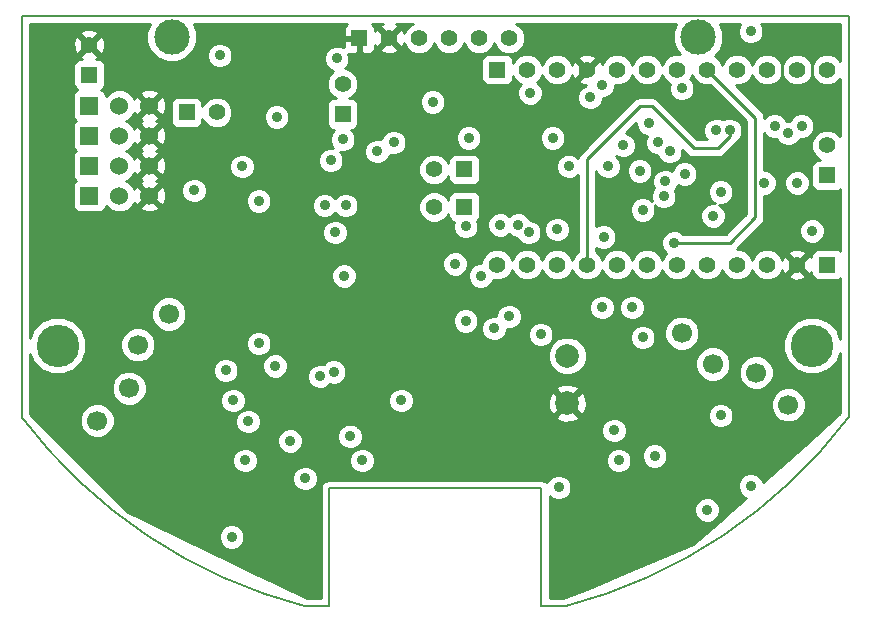
<source format=gbr>
G04 (created by PCBNEW (2013-07-07 BZR 4022)-stable) date 2/17/2015 3:56:23 AM*
%MOIN*%
G04 Gerber Fmt 3.4, Leading zero omitted, Abs format*
%FSLAX34Y34*%
G01*
G70*
G90*
G04 APERTURE LIST*
%ADD10C,0.00590551*%
%ADD11R,0.055X0.055*%
%ADD12C,0.055*%
%ADD13R,0.06X0.06*%
%ADD14C,0.06*%
%ADD15C,0.0787*%
%ADD16C,0.141732*%
%ADD17C,0.11811*%
%ADD18C,0.0669291*%
%ADD19C,0.035*%
%ADD20C,0.01*%
G04 APERTURE END LIST*
G54D10*
G54D11*
X86053Y-46025D03*
G54D12*
X87053Y-46025D03*
X88053Y-46025D03*
X89053Y-46025D03*
X90053Y-46025D03*
X91053Y-46025D03*
G54D11*
X101650Y-50600D03*
G54D12*
X101650Y-49600D03*
G54D11*
X85500Y-48550D03*
G54D12*
X85500Y-47550D03*
G54D11*
X80300Y-48500D03*
G54D12*
X81300Y-48500D03*
G54D11*
X77050Y-47250D03*
G54D12*
X77050Y-46250D03*
G54D11*
X90650Y-47071D03*
G54D12*
X91650Y-47071D03*
X92650Y-47071D03*
X93650Y-47071D03*
X94650Y-47071D03*
X95650Y-47071D03*
X96650Y-47071D03*
X97650Y-47071D03*
X98650Y-47071D03*
X99650Y-47071D03*
X100650Y-47071D03*
X101650Y-47071D03*
G54D11*
X101650Y-53571D03*
G54D12*
X100650Y-53571D03*
X99650Y-53571D03*
X98650Y-53571D03*
X97650Y-53571D03*
X96650Y-53571D03*
X95650Y-53571D03*
X94650Y-53571D03*
X93650Y-53571D03*
X92650Y-53571D03*
X91650Y-53571D03*
X90650Y-53571D03*
G54D13*
X77053Y-51275D03*
G54D14*
X78053Y-51275D03*
X79053Y-51275D03*
G54D13*
X77053Y-50275D03*
G54D14*
X78053Y-50275D03*
X79053Y-50275D03*
G54D13*
X77053Y-49275D03*
G54D14*
X78053Y-49275D03*
X79053Y-49275D03*
G54D13*
X77053Y-48275D03*
G54D14*
X78053Y-48275D03*
X79053Y-48275D03*
G54D15*
X92987Y-58187D03*
X92987Y-56612D03*
G54D11*
X89550Y-50400D03*
G54D12*
X88550Y-50400D03*
G54D11*
X89550Y-51650D03*
G54D12*
X88550Y-51650D03*
G54D16*
X76000Y-56275D03*
X101150Y-56275D03*
G54D17*
X97350Y-45975D03*
X79800Y-45975D03*
G54D18*
X78668Y-56249D03*
X79698Y-55219D03*
X78384Y-57696D03*
X77313Y-58768D03*
X97837Y-56884D03*
X96807Y-55854D03*
X99285Y-57168D03*
X100357Y-58239D03*
G54D19*
X83300Y-48650D03*
X85500Y-49400D03*
X85300Y-46700D03*
X80550Y-51100D03*
X81400Y-46600D03*
X97950Y-49100D03*
X92650Y-52400D03*
X91750Y-47850D03*
X94550Y-59100D03*
X97650Y-61750D03*
X82250Y-60100D03*
X87450Y-58100D03*
X85250Y-52500D03*
X81850Y-58100D03*
X95700Y-48850D03*
X96800Y-47700D03*
X95400Y-50450D03*
X96200Y-51300D03*
X96400Y-49800D03*
X96000Y-49500D03*
X97850Y-51950D03*
X98100Y-51150D03*
X93050Y-50300D03*
X100350Y-49200D03*
X99900Y-48950D03*
X96250Y-50800D03*
X93750Y-48000D03*
X91350Y-52250D03*
X86650Y-49800D03*
X89600Y-52300D03*
X94850Y-49600D03*
X89250Y-53550D03*
X91700Y-52500D03*
X85100Y-50100D03*
X88500Y-48150D03*
X89700Y-49350D03*
X92500Y-49350D03*
X96900Y-50550D03*
X100800Y-48950D03*
X100650Y-50850D03*
X99550Y-50850D03*
X98400Y-49100D03*
X94350Y-50300D03*
X85600Y-51600D03*
X84900Y-51600D03*
X92100Y-55900D03*
X90100Y-53950D03*
X84250Y-60700D03*
X86150Y-60100D03*
X96550Y-52850D03*
X87200Y-49500D03*
X83250Y-56950D03*
X82150Y-50300D03*
X84150Y-49050D03*
X100050Y-45750D03*
X101850Y-48000D03*
X95200Y-59350D03*
X92450Y-51450D03*
X90800Y-54600D03*
X99300Y-58650D03*
X90700Y-58600D03*
X87450Y-51550D03*
X89650Y-48400D03*
X83550Y-62550D03*
X84450Y-58650D03*
X85900Y-52500D03*
X97100Y-48400D03*
X88700Y-60300D03*
X82300Y-56950D03*
X80000Y-59450D03*
X75550Y-51550D03*
X94150Y-55000D03*
X94200Y-52650D03*
X95500Y-56000D03*
X84750Y-57300D03*
X95150Y-55000D03*
X95500Y-51750D03*
X98100Y-58600D03*
X85550Y-53950D03*
X92700Y-61000D03*
X90550Y-55700D03*
X99100Y-60950D03*
X91050Y-55300D03*
X101150Y-52450D03*
X89600Y-55450D03*
X99100Y-45800D03*
X90750Y-52250D03*
X94150Y-47600D03*
X81600Y-57100D03*
X82350Y-58800D03*
X81800Y-62650D03*
X83750Y-59450D03*
X85750Y-59300D03*
X85200Y-57150D03*
X82700Y-56200D03*
X82700Y-51450D03*
X95900Y-59950D03*
X94700Y-60100D03*
G54D20*
X98400Y-49100D02*
X98400Y-49300D01*
X93650Y-50049D02*
X93650Y-53571D01*
X95400Y-48300D02*
X93650Y-50049D01*
X95800Y-48300D02*
X95400Y-48300D01*
X97200Y-49700D02*
X95800Y-48300D01*
X98000Y-49700D02*
X97200Y-49700D01*
X98400Y-49300D02*
X98000Y-49700D01*
X96550Y-52850D02*
X98400Y-52850D01*
X99250Y-48671D02*
X97650Y-47071D01*
X99250Y-52000D02*
X99250Y-48671D01*
X98400Y-52850D02*
X99250Y-52000D01*
X100050Y-45750D02*
X100050Y-46500D01*
X100650Y-45750D02*
X101150Y-46250D01*
X101150Y-46250D02*
X101150Y-47650D01*
X101150Y-47650D02*
X101500Y-48000D01*
X101500Y-48000D02*
X101850Y-48000D01*
X100050Y-45750D02*
X100650Y-45750D01*
X100500Y-48000D02*
X101850Y-48000D01*
X100150Y-47650D02*
X100500Y-48000D01*
X100150Y-46600D02*
X100150Y-47650D01*
X100050Y-46500D02*
X100150Y-46600D01*
G54D10*
G36*
X102092Y-46771D02*
X101948Y-46627D01*
X101755Y-46546D01*
X101546Y-46546D01*
X101353Y-46626D01*
X101205Y-46774D01*
X101150Y-46907D01*
X101095Y-46774D01*
X100948Y-46627D01*
X100755Y-46546D01*
X100546Y-46546D01*
X100353Y-46626D01*
X100205Y-46774D01*
X100150Y-46907D01*
X100095Y-46774D01*
X99948Y-46627D01*
X99755Y-46546D01*
X99546Y-46546D01*
X99353Y-46626D01*
X99205Y-46774D01*
X99150Y-46907D01*
X99095Y-46774D01*
X98948Y-46627D01*
X98755Y-46546D01*
X98546Y-46546D01*
X98353Y-46626D01*
X98205Y-46774D01*
X98150Y-46907D01*
X98095Y-46774D01*
X97948Y-46627D01*
X97904Y-46608D01*
X98062Y-46451D01*
X98190Y-46142D01*
X98190Y-45808D01*
X98081Y-45545D01*
X98753Y-45545D01*
X98739Y-45558D01*
X98675Y-45715D01*
X98674Y-45884D01*
X98739Y-46040D01*
X98858Y-46160D01*
X99015Y-46224D01*
X99184Y-46225D01*
X99340Y-46160D01*
X99460Y-46041D01*
X99524Y-45884D01*
X99525Y-45715D01*
X99460Y-45559D01*
X99446Y-45545D01*
X102092Y-45545D01*
X102092Y-46771D01*
X102092Y-46771D01*
G37*
G54D20*
X102092Y-46771D02*
X101948Y-46627D01*
X101755Y-46546D01*
X101546Y-46546D01*
X101353Y-46626D01*
X101205Y-46774D01*
X101150Y-46907D01*
X101095Y-46774D01*
X100948Y-46627D01*
X100755Y-46546D01*
X100546Y-46546D01*
X100353Y-46626D01*
X100205Y-46774D01*
X100150Y-46907D01*
X100095Y-46774D01*
X99948Y-46627D01*
X99755Y-46546D01*
X99546Y-46546D01*
X99353Y-46626D01*
X99205Y-46774D01*
X99150Y-46907D01*
X99095Y-46774D01*
X98948Y-46627D01*
X98755Y-46546D01*
X98546Y-46546D01*
X98353Y-46626D01*
X98205Y-46774D01*
X98150Y-46907D01*
X98095Y-46774D01*
X97948Y-46627D01*
X97904Y-46608D01*
X98062Y-46451D01*
X98190Y-46142D01*
X98190Y-45808D01*
X98081Y-45545D01*
X98753Y-45545D01*
X98739Y-45558D01*
X98675Y-45715D01*
X98674Y-45884D01*
X98739Y-46040D01*
X98858Y-46160D01*
X99015Y-46224D01*
X99184Y-46225D01*
X99340Y-46160D01*
X99460Y-46041D01*
X99524Y-45884D01*
X99525Y-45715D01*
X99460Y-45559D01*
X99446Y-45545D01*
X102092Y-45545D01*
X102092Y-46771D01*
G54D10*
G36*
X102092Y-58531D02*
X100942Y-59556D01*
X100942Y-58124D01*
X100853Y-57909D01*
X100688Y-57744D01*
X100474Y-57655D01*
X100241Y-57655D01*
X100026Y-57744D01*
X99870Y-57900D01*
X99870Y-57052D01*
X99781Y-56837D01*
X99617Y-56672D01*
X99402Y-56583D01*
X99169Y-56583D01*
X98954Y-56672D01*
X98790Y-56836D01*
X98700Y-57051D01*
X98700Y-57283D01*
X98789Y-57498D01*
X98953Y-57663D01*
X99168Y-57752D01*
X99401Y-57752D01*
X99616Y-57664D01*
X99780Y-57499D01*
X99870Y-57285D01*
X99870Y-57052D01*
X99870Y-57900D01*
X99861Y-57908D01*
X99772Y-58123D01*
X99772Y-58355D01*
X99861Y-58570D01*
X100025Y-58735D01*
X100240Y-58824D01*
X100473Y-58824D01*
X100688Y-58735D01*
X100852Y-58571D01*
X100941Y-58356D01*
X100942Y-58124D01*
X100942Y-59556D01*
X99510Y-60831D01*
X99460Y-60709D01*
X99341Y-60589D01*
X99184Y-60525D01*
X99015Y-60524D01*
X98859Y-60589D01*
X98739Y-60708D01*
X98675Y-60865D01*
X98674Y-61034D01*
X98739Y-61190D01*
X98858Y-61310D01*
X98937Y-61342D01*
X98525Y-61709D01*
X98525Y-58515D01*
X98460Y-58359D01*
X98422Y-58321D01*
X98422Y-56768D01*
X98333Y-56553D01*
X98169Y-56388D01*
X97954Y-56299D01*
X97722Y-56299D01*
X97507Y-56388D01*
X97392Y-56502D01*
X97392Y-55738D01*
X97303Y-55523D01*
X97139Y-55358D01*
X96924Y-55269D01*
X96692Y-55269D01*
X96477Y-55358D01*
X96312Y-55522D01*
X96223Y-55737D01*
X96223Y-55969D01*
X96311Y-56184D01*
X96476Y-56349D01*
X96691Y-56438D01*
X96923Y-56438D01*
X97138Y-56350D01*
X97303Y-56185D01*
X97392Y-55971D01*
X97392Y-55738D01*
X97392Y-56502D01*
X97342Y-56552D01*
X97253Y-56767D01*
X97253Y-57000D01*
X97341Y-57214D01*
X97506Y-57379D01*
X97721Y-57468D01*
X97953Y-57468D01*
X98168Y-57380D01*
X98333Y-57215D01*
X98422Y-57001D01*
X98422Y-56768D01*
X98422Y-58321D01*
X98341Y-58239D01*
X98184Y-58175D01*
X98015Y-58174D01*
X97859Y-58239D01*
X97739Y-58358D01*
X97675Y-58515D01*
X97674Y-58684D01*
X97739Y-58840D01*
X97858Y-58960D01*
X98015Y-59024D01*
X98184Y-59025D01*
X98340Y-58960D01*
X98460Y-58841D01*
X98524Y-58684D01*
X98525Y-58515D01*
X98525Y-61709D01*
X98075Y-62110D01*
X98075Y-61665D01*
X98010Y-61509D01*
X97891Y-61389D01*
X97734Y-61325D01*
X97565Y-61324D01*
X97409Y-61389D01*
X97289Y-61508D01*
X97225Y-61665D01*
X97224Y-61834D01*
X97289Y-61990D01*
X97408Y-62110D01*
X97565Y-62174D01*
X97734Y-62175D01*
X97890Y-62110D01*
X98010Y-61991D01*
X98074Y-61834D01*
X98075Y-61665D01*
X98075Y-62110D01*
X97193Y-62895D01*
X96325Y-63255D01*
X96325Y-59865D01*
X96260Y-59709D01*
X96141Y-59589D01*
X95984Y-59525D01*
X95925Y-59525D01*
X95925Y-55915D01*
X95860Y-55759D01*
X95741Y-55639D01*
X95584Y-55575D01*
X95575Y-55575D01*
X95575Y-54915D01*
X95510Y-54759D01*
X95391Y-54639D01*
X95234Y-54575D01*
X95065Y-54574D01*
X94909Y-54639D01*
X94789Y-54758D01*
X94725Y-54915D01*
X94724Y-55084D01*
X94789Y-55240D01*
X94908Y-55360D01*
X95065Y-55424D01*
X95234Y-55425D01*
X95390Y-55360D01*
X95510Y-55241D01*
X95574Y-55084D01*
X95575Y-54915D01*
X95575Y-55575D01*
X95415Y-55574D01*
X95259Y-55639D01*
X95139Y-55758D01*
X95075Y-55915D01*
X95074Y-56084D01*
X95139Y-56240D01*
X95258Y-56360D01*
X95415Y-56424D01*
X95584Y-56425D01*
X95740Y-56360D01*
X95860Y-56241D01*
X95924Y-56084D01*
X95925Y-55915D01*
X95925Y-59525D01*
X95815Y-59524D01*
X95659Y-59589D01*
X95539Y-59708D01*
X95475Y-59865D01*
X95474Y-60034D01*
X95539Y-60190D01*
X95658Y-60310D01*
X95815Y-60374D01*
X95984Y-60375D01*
X96140Y-60310D01*
X96260Y-60191D01*
X96324Y-60034D01*
X96325Y-59865D01*
X96325Y-63255D01*
X95125Y-63752D01*
X95125Y-60015D01*
X95060Y-59859D01*
X94975Y-59773D01*
X94975Y-59015D01*
X94910Y-58859D01*
X94791Y-58739D01*
X94634Y-58675D01*
X94575Y-58675D01*
X94575Y-54915D01*
X94510Y-54759D01*
X94391Y-54639D01*
X94234Y-54575D01*
X94065Y-54574D01*
X93909Y-54639D01*
X93789Y-54758D01*
X93725Y-54915D01*
X93724Y-55084D01*
X93789Y-55240D01*
X93908Y-55360D01*
X94065Y-55424D01*
X94234Y-55425D01*
X94390Y-55360D01*
X94510Y-55241D01*
X94574Y-55084D01*
X94575Y-54915D01*
X94575Y-58675D01*
X94465Y-58674D01*
X94309Y-58739D01*
X94189Y-58858D01*
X94125Y-59015D01*
X94124Y-59184D01*
X94189Y-59340D01*
X94308Y-59460D01*
X94465Y-59524D01*
X94634Y-59525D01*
X94790Y-59460D01*
X94910Y-59341D01*
X94974Y-59184D01*
X94975Y-59015D01*
X94975Y-59773D01*
X94941Y-59739D01*
X94784Y-59675D01*
X94615Y-59674D01*
X94459Y-59739D01*
X94339Y-59858D01*
X94275Y-60015D01*
X94274Y-60184D01*
X94339Y-60340D01*
X94458Y-60460D01*
X94615Y-60524D01*
X94784Y-60525D01*
X94940Y-60460D01*
X95060Y-60341D01*
X95124Y-60184D01*
X95125Y-60015D01*
X95125Y-63752D01*
X93634Y-64369D01*
X93634Y-58291D01*
X93630Y-58178D01*
X93630Y-56485D01*
X93532Y-56248D01*
X93351Y-56067D01*
X93115Y-55969D01*
X92859Y-55968D01*
X92622Y-56066D01*
X92525Y-56164D01*
X92525Y-55815D01*
X92460Y-55659D01*
X92341Y-55539D01*
X92184Y-55475D01*
X92015Y-55474D01*
X91859Y-55539D01*
X91739Y-55658D01*
X91675Y-55815D01*
X91674Y-55984D01*
X91739Y-56140D01*
X91858Y-56260D01*
X92015Y-56324D01*
X92184Y-56325D01*
X92340Y-56260D01*
X92460Y-56141D01*
X92524Y-55984D01*
X92525Y-55815D01*
X92525Y-56164D01*
X92441Y-56247D01*
X92343Y-56484D01*
X92343Y-56740D01*
X92441Y-56976D01*
X92622Y-57157D01*
X92858Y-57255D01*
X93114Y-57256D01*
X93351Y-57158D01*
X93532Y-56977D01*
X93630Y-56741D01*
X93630Y-56485D01*
X93630Y-58178D01*
X93625Y-58035D01*
X93545Y-57843D01*
X93440Y-57804D01*
X93369Y-57875D01*
X93369Y-57733D01*
X93331Y-57628D01*
X93091Y-57539D01*
X92835Y-57549D01*
X92642Y-57628D01*
X92604Y-57733D01*
X92987Y-58116D01*
X93369Y-57733D01*
X93369Y-57875D01*
X93057Y-58187D01*
X93440Y-58570D01*
X93545Y-58531D01*
X93634Y-58291D01*
X93634Y-64369D01*
X93369Y-64479D01*
X93369Y-58641D01*
X92987Y-58258D01*
X92916Y-58328D01*
X92916Y-58187D01*
X92533Y-57804D01*
X92428Y-57843D01*
X92339Y-58083D01*
X92348Y-58339D01*
X92428Y-58531D01*
X92533Y-58570D01*
X92916Y-58187D01*
X92916Y-58328D01*
X92604Y-58641D01*
X92642Y-58746D01*
X92882Y-58835D01*
X93138Y-58825D01*
X93331Y-58746D01*
X93369Y-58641D01*
X93369Y-64479D01*
X92859Y-64690D01*
X92395Y-64690D01*
X92395Y-61296D01*
X92458Y-61360D01*
X92615Y-61424D01*
X92784Y-61425D01*
X92940Y-61360D01*
X93060Y-61241D01*
X93124Y-61084D01*
X93125Y-60915D01*
X93060Y-60759D01*
X92941Y-60639D01*
X92784Y-60575D01*
X92615Y-60574D01*
X92459Y-60639D01*
X92339Y-60758D01*
X92310Y-60829D01*
X92229Y-60774D01*
X92125Y-60753D01*
X91475Y-60753D01*
X91475Y-55215D01*
X91410Y-55059D01*
X91291Y-54939D01*
X91134Y-54875D01*
X90965Y-54874D01*
X90809Y-54939D01*
X90689Y-55058D01*
X90625Y-55215D01*
X90625Y-55275D01*
X90465Y-55274D01*
X90309Y-55339D01*
X90189Y-55458D01*
X90125Y-55615D01*
X90124Y-55784D01*
X90189Y-55940D01*
X90308Y-56060D01*
X90465Y-56124D01*
X90634Y-56125D01*
X90790Y-56060D01*
X90910Y-55941D01*
X90974Y-55784D01*
X90974Y-55724D01*
X91134Y-55725D01*
X91290Y-55660D01*
X91410Y-55541D01*
X91474Y-55384D01*
X91475Y-55215D01*
X91475Y-60753D01*
X90025Y-60753D01*
X90025Y-55365D01*
X89960Y-55209D01*
X89841Y-55089D01*
X89684Y-55025D01*
X89515Y-55024D01*
X89359Y-55089D01*
X89239Y-55208D01*
X89175Y-55365D01*
X89174Y-55534D01*
X89239Y-55690D01*
X89358Y-55810D01*
X89515Y-55874D01*
X89684Y-55875D01*
X89840Y-55810D01*
X89960Y-55691D01*
X90024Y-55534D01*
X90025Y-55365D01*
X90025Y-60753D01*
X87875Y-60753D01*
X87875Y-58015D01*
X87810Y-57859D01*
X87691Y-57739D01*
X87625Y-57712D01*
X87625Y-49415D01*
X87560Y-49259D01*
X87441Y-49139D01*
X87350Y-49102D01*
X87350Y-46393D01*
X87053Y-46096D01*
X86756Y-46393D01*
X86780Y-46486D01*
X86977Y-46555D01*
X87185Y-46544D01*
X87325Y-46486D01*
X87350Y-46393D01*
X87350Y-49102D01*
X87284Y-49075D01*
X87115Y-49074D01*
X86959Y-49139D01*
X86839Y-49258D01*
X86783Y-49395D01*
X86734Y-49375D01*
X86565Y-49374D01*
X86409Y-49439D01*
X86289Y-49558D01*
X86225Y-49715D01*
X86224Y-49884D01*
X86289Y-50040D01*
X86408Y-50160D01*
X86565Y-50224D01*
X86734Y-50225D01*
X86890Y-50160D01*
X87010Y-50041D01*
X87066Y-49904D01*
X87115Y-49924D01*
X87284Y-49925D01*
X87440Y-49860D01*
X87560Y-49741D01*
X87624Y-49584D01*
X87625Y-49415D01*
X87625Y-57712D01*
X87534Y-57675D01*
X87365Y-57674D01*
X87209Y-57739D01*
X87089Y-57858D01*
X87025Y-58015D01*
X87024Y-58184D01*
X87089Y-58340D01*
X87208Y-58460D01*
X87365Y-58524D01*
X87534Y-58525D01*
X87690Y-58460D01*
X87810Y-58341D01*
X87874Y-58184D01*
X87875Y-58015D01*
X87875Y-60753D01*
X86575Y-60753D01*
X86575Y-60015D01*
X86510Y-59859D01*
X86391Y-59739D01*
X86234Y-59675D01*
X86175Y-59675D01*
X86175Y-59215D01*
X86110Y-59059D01*
X86025Y-58974D01*
X86025Y-47446D01*
X85945Y-47253D01*
X85797Y-47105D01*
X85604Y-47025D01*
X85575Y-47025D01*
X85660Y-46941D01*
X85724Y-46784D01*
X85725Y-46615D01*
X85691Y-46535D01*
X85728Y-46550D01*
X85940Y-46550D01*
X86003Y-46488D01*
X86003Y-46075D01*
X85590Y-46075D01*
X85528Y-46138D01*
X85528Y-46251D01*
X85528Y-46334D01*
X85384Y-46275D01*
X85215Y-46274D01*
X85059Y-46339D01*
X84939Y-46458D01*
X84875Y-46615D01*
X84874Y-46784D01*
X84939Y-46940D01*
X85058Y-47060D01*
X85192Y-47115D01*
X85055Y-47252D01*
X84975Y-47445D01*
X84974Y-47653D01*
X85054Y-47847D01*
X85202Y-47994D01*
X85274Y-48024D01*
X85175Y-48024D01*
X85083Y-48062D01*
X85013Y-48133D01*
X84975Y-48225D01*
X84974Y-48324D01*
X84974Y-48874D01*
X85012Y-48966D01*
X85083Y-49036D01*
X85175Y-49074D01*
X85224Y-49074D01*
X85139Y-49158D01*
X85075Y-49315D01*
X85074Y-49484D01*
X85139Y-49640D01*
X85174Y-49675D01*
X85015Y-49674D01*
X84859Y-49739D01*
X84739Y-49858D01*
X84675Y-50015D01*
X84674Y-50184D01*
X84739Y-50340D01*
X84858Y-50460D01*
X85015Y-50524D01*
X85184Y-50525D01*
X85340Y-50460D01*
X85460Y-50341D01*
X85524Y-50184D01*
X85525Y-50015D01*
X85460Y-49859D01*
X85425Y-49824D01*
X85584Y-49825D01*
X85740Y-49760D01*
X85860Y-49641D01*
X85924Y-49484D01*
X85925Y-49315D01*
X85860Y-49159D01*
X85776Y-49075D01*
X85824Y-49075D01*
X85916Y-49037D01*
X85986Y-48966D01*
X86024Y-48874D01*
X86025Y-48775D01*
X86025Y-48225D01*
X85987Y-48133D01*
X85916Y-48063D01*
X85824Y-48025D01*
X85725Y-48024D01*
X85725Y-48024D01*
X85797Y-47995D01*
X85944Y-47847D01*
X86024Y-47654D01*
X86025Y-47446D01*
X86025Y-58974D01*
X86025Y-58973D01*
X86025Y-51515D01*
X85960Y-51359D01*
X85841Y-51239D01*
X85684Y-51175D01*
X85515Y-51174D01*
X85359Y-51239D01*
X85249Y-51348D01*
X85141Y-51239D01*
X84984Y-51175D01*
X84815Y-51174D01*
X84659Y-51239D01*
X84539Y-51358D01*
X84475Y-51515D01*
X84474Y-51684D01*
X84539Y-51840D01*
X84658Y-51960D01*
X84815Y-52024D01*
X84984Y-52025D01*
X85140Y-51960D01*
X85250Y-51851D01*
X85358Y-51960D01*
X85515Y-52024D01*
X85684Y-52025D01*
X85840Y-51960D01*
X85960Y-51841D01*
X86024Y-51684D01*
X86025Y-51515D01*
X86025Y-58973D01*
X85991Y-58939D01*
X85975Y-58933D01*
X85975Y-53865D01*
X85910Y-53709D01*
X85791Y-53589D01*
X85675Y-53541D01*
X85675Y-52415D01*
X85610Y-52259D01*
X85491Y-52139D01*
X85334Y-52075D01*
X85165Y-52074D01*
X85009Y-52139D01*
X84889Y-52258D01*
X84825Y-52415D01*
X84824Y-52584D01*
X84889Y-52740D01*
X85008Y-52860D01*
X85165Y-52924D01*
X85334Y-52925D01*
X85490Y-52860D01*
X85610Y-52741D01*
X85674Y-52584D01*
X85675Y-52415D01*
X85675Y-53541D01*
X85634Y-53525D01*
X85465Y-53524D01*
X85309Y-53589D01*
X85189Y-53708D01*
X85125Y-53865D01*
X85124Y-54034D01*
X85189Y-54190D01*
X85308Y-54310D01*
X85465Y-54374D01*
X85634Y-54375D01*
X85790Y-54310D01*
X85910Y-54191D01*
X85974Y-54034D01*
X85975Y-53865D01*
X85975Y-58933D01*
X85834Y-58875D01*
X85665Y-58874D01*
X85625Y-58891D01*
X85625Y-57065D01*
X85560Y-56909D01*
X85441Y-56789D01*
X85284Y-56725D01*
X85115Y-56724D01*
X84959Y-56789D01*
X84862Y-56886D01*
X84834Y-56875D01*
X84665Y-56874D01*
X84509Y-56939D01*
X84389Y-57058D01*
X84325Y-57215D01*
X84324Y-57384D01*
X84389Y-57540D01*
X84508Y-57660D01*
X84665Y-57724D01*
X84834Y-57725D01*
X84990Y-57660D01*
X85087Y-57563D01*
X85115Y-57574D01*
X85284Y-57575D01*
X85440Y-57510D01*
X85560Y-57391D01*
X85624Y-57234D01*
X85625Y-57065D01*
X85625Y-58891D01*
X85509Y-58939D01*
X85389Y-59058D01*
X85325Y-59215D01*
X85324Y-59384D01*
X85389Y-59540D01*
X85508Y-59660D01*
X85665Y-59724D01*
X85834Y-59725D01*
X85990Y-59660D01*
X86110Y-59541D01*
X86174Y-59384D01*
X86175Y-59215D01*
X86175Y-59675D01*
X86065Y-59674D01*
X85909Y-59739D01*
X85789Y-59858D01*
X85725Y-60015D01*
X85724Y-60184D01*
X85789Y-60340D01*
X85908Y-60460D01*
X86065Y-60524D01*
X86234Y-60525D01*
X86390Y-60460D01*
X86510Y-60341D01*
X86574Y-60184D01*
X86575Y-60015D01*
X86575Y-60753D01*
X85039Y-60753D01*
X84936Y-60774D01*
X84848Y-60832D01*
X84790Y-60920D01*
X84769Y-61023D01*
X84769Y-64690D01*
X84675Y-64690D01*
X84675Y-60615D01*
X84610Y-60459D01*
X84491Y-60339D01*
X84334Y-60275D01*
X84175Y-60274D01*
X84175Y-59365D01*
X84110Y-59209D01*
X83991Y-59089D01*
X83834Y-59025D01*
X83725Y-59024D01*
X83725Y-48565D01*
X83660Y-48409D01*
X83541Y-48289D01*
X83384Y-48225D01*
X83215Y-48224D01*
X83059Y-48289D01*
X82939Y-48408D01*
X82875Y-48565D01*
X82874Y-48734D01*
X82939Y-48890D01*
X83058Y-49010D01*
X83215Y-49074D01*
X83384Y-49075D01*
X83540Y-49010D01*
X83660Y-48891D01*
X83724Y-48734D01*
X83725Y-48565D01*
X83725Y-59024D01*
X83675Y-59024D01*
X83675Y-56865D01*
X83610Y-56709D01*
X83491Y-56589D01*
X83334Y-56525D01*
X83165Y-56524D01*
X83125Y-56541D01*
X83125Y-56115D01*
X83125Y-51365D01*
X83060Y-51209D01*
X82941Y-51089D01*
X82784Y-51025D01*
X82615Y-51024D01*
X82575Y-51041D01*
X82575Y-50215D01*
X82510Y-50059D01*
X82391Y-49939D01*
X82234Y-49875D01*
X82065Y-49874D01*
X81909Y-49939D01*
X81825Y-50023D01*
X81825Y-48396D01*
X81825Y-48395D01*
X81825Y-46515D01*
X81760Y-46359D01*
X81641Y-46239D01*
X81484Y-46175D01*
X81315Y-46174D01*
X81159Y-46239D01*
X81039Y-46358D01*
X80975Y-46515D01*
X80974Y-46684D01*
X81039Y-46840D01*
X81158Y-46960D01*
X81315Y-47024D01*
X81484Y-47025D01*
X81640Y-46960D01*
X81760Y-46841D01*
X81824Y-46684D01*
X81825Y-46515D01*
X81825Y-48395D01*
X81745Y-48203D01*
X81597Y-48055D01*
X81404Y-47975D01*
X81196Y-47974D01*
X81003Y-48054D01*
X80855Y-48202D01*
X80825Y-48274D01*
X80825Y-48175D01*
X80787Y-48083D01*
X80716Y-48013D01*
X80624Y-47975D01*
X80525Y-47974D01*
X79975Y-47974D01*
X79883Y-48012D01*
X79813Y-48083D01*
X79775Y-48175D01*
X79774Y-48274D01*
X79774Y-48824D01*
X79812Y-48916D01*
X79883Y-48986D01*
X79975Y-49024D01*
X80074Y-49025D01*
X80624Y-49025D01*
X80716Y-48987D01*
X80786Y-48916D01*
X80824Y-48824D01*
X80825Y-48725D01*
X80825Y-48725D01*
X80854Y-48797D01*
X81002Y-48944D01*
X81195Y-49024D01*
X81403Y-49025D01*
X81597Y-48945D01*
X81744Y-48797D01*
X81824Y-48604D01*
X81825Y-48396D01*
X81825Y-50023D01*
X81789Y-50058D01*
X81725Y-50215D01*
X81724Y-50384D01*
X81789Y-50540D01*
X81908Y-50660D01*
X82065Y-50724D01*
X82234Y-50725D01*
X82390Y-50660D01*
X82510Y-50541D01*
X82574Y-50384D01*
X82575Y-50215D01*
X82575Y-51041D01*
X82459Y-51089D01*
X82339Y-51208D01*
X82275Y-51365D01*
X82274Y-51534D01*
X82339Y-51690D01*
X82458Y-51810D01*
X82615Y-51874D01*
X82784Y-51875D01*
X82940Y-51810D01*
X83060Y-51691D01*
X83124Y-51534D01*
X83125Y-51365D01*
X83125Y-56115D01*
X83060Y-55959D01*
X82941Y-55839D01*
X82784Y-55775D01*
X82615Y-55774D01*
X82459Y-55839D01*
X82339Y-55958D01*
X82275Y-56115D01*
X82274Y-56284D01*
X82339Y-56440D01*
X82458Y-56560D01*
X82615Y-56624D01*
X82784Y-56625D01*
X82940Y-56560D01*
X83060Y-56441D01*
X83124Y-56284D01*
X83125Y-56115D01*
X83125Y-56541D01*
X83009Y-56589D01*
X82889Y-56708D01*
X82825Y-56865D01*
X82824Y-57034D01*
X82889Y-57190D01*
X83008Y-57310D01*
X83165Y-57374D01*
X83334Y-57375D01*
X83490Y-57310D01*
X83610Y-57191D01*
X83674Y-57034D01*
X83675Y-56865D01*
X83675Y-59024D01*
X83665Y-59024D01*
X83509Y-59089D01*
X83389Y-59208D01*
X83325Y-59365D01*
X83324Y-59534D01*
X83389Y-59690D01*
X83508Y-59810D01*
X83665Y-59874D01*
X83834Y-59875D01*
X83990Y-59810D01*
X84110Y-59691D01*
X84174Y-59534D01*
X84175Y-59365D01*
X84175Y-60274D01*
X84165Y-60274D01*
X84009Y-60339D01*
X83889Y-60458D01*
X83825Y-60615D01*
X83824Y-60784D01*
X83889Y-60940D01*
X84008Y-61060D01*
X84165Y-61124D01*
X84334Y-61125D01*
X84490Y-61060D01*
X84610Y-60941D01*
X84674Y-60784D01*
X84675Y-60615D01*
X84675Y-64690D01*
X84303Y-64690D01*
X82775Y-63952D01*
X82775Y-58715D01*
X82710Y-58559D01*
X82591Y-58439D01*
X82434Y-58375D01*
X82265Y-58374D01*
X82112Y-58438D01*
X82210Y-58341D01*
X82274Y-58184D01*
X82275Y-58015D01*
X82210Y-57859D01*
X82091Y-57739D01*
X82025Y-57712D01*
X82025Y-57015D01*
X81960Y-56859D01*
X81841Y-56739D01*
X81684Y-56675D01*
X81515Y-56674D01*
X81359Y-56739D01*
X81239Y-56858D01*
X81175Y-57015D01*
X81174Y-57184D01*
X81239Y-57340D01*
X81358Y-57460D01*
X81515Y-57524D01*
X81684Y-57525D01*
X81840Y-57460D01*
X81960Y-57341D01*
X82024Y-57184D01*
X82025Y-57015D01*
X82025Y-57712D01*
X81934Y-57675D01*
X81765Y-57674D01*
X81609Y-57739D01*
X81489Y-57858D01*
X81425Y-58015D01*
X81424Y-58184D01*
X81489Y-58340D01*
X81608Y-58460D01*
X81765Y-58524D01*
X81934Y-58525D01*
X82087Y-58461D01*
X81989Y-58558D01*
X81925Y-58715D01*
X81924Y-58884D01*
X81989Y-59040D01*
X82108Y-59160D01*
X82265Y-59224D01*
X82434Y-59225D01*
X82590Y-59160D01*
X82710Y-59041D01*
X82774Y-58884D01*
X82775Y-58715D01*
X82775Y-63952D01*
X82675Y-63903D01*
X82675Y-60015D01*
X82610Y-59859D01*
X82491Y-59739D01*
X82334Y-59675D01*
X82165Y-59674D01*
X82009Y-59739D01*
X81889Y-59858D01*
X81825Y-60015D01*
X81824Y-60184D01*
X81889Y-60340D01*
X82008Y-60460D01*
X82165Y-60524D01*
X82334Y-60525D01*
X82490Y-60460D01*
X82610Y-60341D01*
X82674Y-60184D01*
X82675Y-60015D01*
X82675Y-63903D01*
X82225Y-63686D01*
X82225Y-62565D01*
X82160Y-62409D01*
X82041Y-62289D01*
X81884Y-62225D01*
X81715Y-62224D01*
X81559Y-62289D01*
X81439Y-62408D01*
X81375Y-62565D01*
X81374Y-62734D01*
X81439Y-62890D01*
X81558Y-63010D01*
X81715Y-63074D01*
X81884Y-63075D01*
X82040Y-63010D01*
X82160Y-62891D01*
X82224Y-62734D01*
X82225Y-62565D01*
X82225Y-63686D01*
X80975Y-63082D01*
X80975Y-51015D01*
X80910Y-50859D01*
X80791Y-50739D01*
X80634Y-50675D01*
X80465Y-50674D01*
X80309Y-50739D01*
X80189Y-50858D01*
X80125Y-51015D01*
X80124Y-51184D01*
X80189Y-51340D01*
X80308Y-51460D01*
X80465Y-51524D01*
X80634Y-51525D01*
X80790Y-51460D01*
X80910Y-51341D01*
X80974Y-51184D01*
X80975Y-51015D01*
X80975Y-63082D01*
X80283Y-62747D01*
X80283Y-55103D01*
X80194Y-54888D01*
X80030Y-54723D01*
X79815Y-54634D01*
X79607Y-54634D01*
X79607Y-51357D01*
X79607Y-50357D01*
X79607Y-49357D01*
X79607Y-48357D01*
X79596Y-48138D01*
X79534Y-47987D01*
X79439Y-47960D01*
X79368Y-48031D01*
X79368Y-47889D01*
X79341Y-47794D01*
X79134Y-47720D01*
X78916Y-47731D01*
X78765Y-47794D01*
X78737Y-47889D01*
X79053Y-48204D01*
X79368Y-47889D01*
X79368Y-48031D01*
X79123Y-48275D01*
X79439Y-48590D01*
X79534Y-48563D01*
X79607Y-48357D01*
X79607Y-49357D01*
X79596Y-49138D01*
X79534Y-48987D01*
X79439Y-48960D01*
X79368Y-49031D01*
X79368Y-48889D01*
X79341Y-48794D01*
X79292Y-48776D01*
X79341Y-48756D01*
X79368Y-48661D01*
X79053Y-48346D01*
X78737Y-48661D01*
X78765Y-48756D01*
X78813Y-48774D01*
X78765Y-48794D01*
X78737Y-48889D01*
X79053Y-49204D01*
X79368Y-48889D01*
X79368Y-49031D01*
X79123Y-49275D01*
X79439Y-49590D01*
X79534Y-49563D01*
X79607Y-49357D01*
X79607Y-50357D01*
X79596Y-50138D01*
X79534Y-49987D01*
X79439Y-49960D01*
X79368Y-50031D01*
X79368Y-49889D01*
X79341Y-49794D01*
X79292Y-49776D01*
X79341Y-49756D01*
X79368Y-49661D01*
X79053Y-49346D01*
X78737Y-49661D01*
X78765Y-49756D01*
X78813Y-49774D01*
X78765Y-49794D01*
X78737Y-49889D01*
X79053Y-50204D01*
X79368Y-49889D01*
X79368Y-50031D01*
X79123Y-50275D01*
X79439Y-50590D01*
X79534Y-50563D01*
X79607Y-50357D01*
X79607Y-51357D01*
X79596Y-51138D01*
X79534Y-50987D01*
X79439Y-50960D01*
X79368Y-51031D01*
X79368Y-50889D01*
X79341Y-50794D01*
X79292Y-50776D01*
X79341Y-50756D01*
X79368Y-50661D01*
X79053Y-50346D01*
X78737Y-50661D01*
X78765Y-50756D01*
X78813Y-50774D01*
X78765Y-50794D01*
X78737Y-50889D01*
X79053Y-51204D01*
X79368Y-50889D01*
X79368Y-51031D01*
X79123Y-51275D01*
X79439Y-51590D01*
X79534Y-51563D01*
X79607Y-51357D01*
X79607Y-54634D01*
X79583Y-54634D01*
X79368Y-54723D01*
X79368Y-51661D01*
X79053Y-51346D01*
X78982Y-51417D01*
X78982Y-51275D01*
X78667Y-50960D01*
X78571Y-50987D01*
X78552Y-51043D01*
X78519Y-50964D01*
X78365Y-50809D01*
X78283Y-50775D01*
X78364Y-50742D01*
X78519Y-50587D01*
X78550Y-50511D01*
X78571Y-50563D01*
X78667Y-50590D01*
X78982Y-50275D01*
X78667Y-49960D01*
X78571Y-49987D01*
X78552Y-50043D01*
X78519Y-49964D01*
X78365Y-49809D01*
X78283Y-49775D01*
X78364Y-49742D01*
X78519Y-49587D01*
X78550Y-49511D01*
X78571Y-49563D01*
X78667Y-49590D01*
X78982Y-49275D01*
X78667Y-48960D01*
X78571Y-48987D01*
X78552Y-49043D01*
X78519Y-48964D01*
X78365Y-48809D01*
X78283Y-48775D01*
X78364Y-48742D01*
X78519Y-48587D01*
X78550Y-48511D01*
X78571Y-48563D01*
X78667Y-48590D01*
X78982Y-48275D01*
X78667Y-47960D01*
X78571Y-47987D01*
X78552Y-48043D01*
X78519Y-47964D01*
X78365Y-47809D01*
X78163Y-47725D01*
X77944Y-47725D01*
X77742Y-47809D01*
X77603Y-47947D01*
X77603Y-47926D01*
X77579Y-47869D01*
X77579Y-46325D01*
X77568Y-46117D01*
X77510Y-45977D01*
X77417Y-45952D01*
X77347Y-46023D01*
X77347Y-45882D01*
X77322Y-45789D01*
X77125Y-45720D01*
X76917Y-45731D01*
X76777Y-45789D01*
X76752Y-45882D01*
X77050Y-46179D01*
X77347Y-45882D01*
X77347Y-46023D01*
X77120Y-46250D01*
X77417Y-46547D01*
X77510Y-46522D01*
X77579Y-46325D01*
X77579Y-47869D01*
X77565Y-47834D01*
X77494Y-47763D01*
X77448Y-47744D01*
X77466Y-47737D01*
X77536Y-47666D01*
X77574Y-47574D01*
X77575Y-47475D01*
X77575Y-46925D01*
X77537Y-46833D01*
X77466Y-46763D01*
X77374Y-46725D01*
X77287Y-46724D01*
X77322Y-46710D01*
X77347Y-46617D01*
X77050Y-46320D01*
X76979Y-46391D01*
X76979Y-46250D01*
X76682Y-45952D01*
X76589Y-45977D01*
X76520Y-46174D01*
X76531Y-46382D01*
X76589Y-46522D01*
X76682Y-46547D01*
X76979Y-46250D01*
X76979Y-46391D01*
X76752Y-46617D01*
X76777Y-46710D01*
X76818Y-46724D01*
X76725Y-46724D01*
X76633Y-46762D01*
X76563Y-46833D01*
X76525Y-46925D01*
X76524Y-47024D01*
X76524Y-47574D01*
X76562Y-47666D01*
X76633Y-47736D01*
X76654Y-47745D01*
X76611Y-47763D01*
X76541Y-47833D01*
X76503Y-47925D01*
X76503Y-48025D01*
X76503Y-48625D01*
X76541Y-48717D01*
X76599Y-48775D01*
X76541Y-48833D01*
X76503Y-48925D01*
X76503Y-49025D01*
X76503Y-49625D01*
X76541Y-49717D01*
X76599Y-49775D01*
X76541Y-49833D01*
X76503Y-49925D01*
X76503Y-50025D01*
X76503Y-50625D01*
X76541Y-50717D01*
X76599Y-50775D01*
X76541Y-50833D01*
X76503Y-50925D01*
X76503Y-51025D01*
X76503Y-51625D01*
X76541Y-51717D01*
X76611Y-51787D01*
X76703Y-51825D01*
X76802Y-51825D01*
X77402Y-51825D01*
X77494Y-51787D01*
X77564Y-51717D01*
X77603Y-51625D01*
X77603Y-51603D01*
X77741Y-51741D01*
X77943Y-51825D01*
X78162Y-51825D01*
X78364Y-51742D01*
X78519Y-51587D01*
X78550Y-51511D01*
X78571Y-51563D01*
X78667Y-51590D01*
X78982Y-51275D01*
X78982Y-51417D01*
X78737Y-51661D01*
X78765Y-51756D01*
X78971Y-51830D01*
X79189Y-51819D01*
X79341Y-51756D01*
X79368Y-51661D01*
X79368Y-54723D01*
X79368Y-54723D01*
X79203Y-54887D01*
X79114Y-55102D01*
X79114Y-55335D01*
X79203Y-55549D01*
X79367Y-55714D01*
X79582Y-55803D01*
X79814Y-55803D01*
X80029Y-55715D01*
X80194Y-55550D01*
X80283Y-55336D01*
X80283Y-55103D01*
X80283Y-62747D01*
X79253Y-62249D01*
X79253Y-56133D01*
X79164Y-55918D01*
X79000Y-55753D01*
X78785Y-55664D01*
X78553Y-55664D01*
X78338Y-55753D01*
X78173Y-55917D01*
X78084Y-56132D01*
X78084Y-56365D01*
X78172Y-56580D01*
X78337Y-56744D01*
X78552Y-56833D01*
X78784Y-56834D01*
X78999Y-56745D01*
X79164Y-56580D01*
X79253Y-56366D01*
X79253Y-56133D01*
X79253Y-62249D01*
X78969Y-62112D01*
X78969Y-57581D01*
X78880Y-57366D01*
X78716Y-57201D01*
X78501Y-57112D01*
X78269Y-57112D01*
X78054Y-57200D01*
X77889Y-57365D01*
X77800Y-57580D01*
X77800Y-57812D01*
X77889Y-58027D01*
X78053Y-58192D01*
X78268Y-58281D01*
X78500Y-58281D01*
X78715Y-58192D01*
X78880Y-58028D01*
X78969Y-57813D01*
X78969Y-57581D01*
X78969Y-62112D01*
X78328Y-61802D01*
X77897Y-61372D01*
X77897Y-58652D01*
X77809Y-58437D01*
X77644Y-58273D01*
X77429Y-58184D01*
X77197Y-58183D01*
X76982Y-58272D01*
X76817Y-58437D01*
X76728Y-58651D01*
X76728Y-58884D01*
X76817Y-59099D01*
X76981Y-59264D01*
X77196Y-59353D01*
X77428Y-59353D01*
X77643Y-59264D01*
X77808Y-59100D01*
X77897Y-58885D01*
X77897Y-58652D01*
X77897Y-61372D01*
X75072Y-58547D01*
X75072Y-56541D01*
X75186Y-56817D01*
X75456Y-57087D01*
X75808Y-57233D01*
X76189Y-57233D01*
X76542Y-57088D01*
X76812Y-56818D01*
X76958Y-56466D01*
X76958Y-56085D01*
X76813Y-55732D01*
X76543Y-55462D01*
X76191Y-55316D01*
X75810Y-55316D01*
X75457Y-55461D01*
X75187Y-55731D01*
X75072Y-56008D01*
X75072Y-45545D01*
X79068Y-45545D01*
X78959Y-45807D01*
X78959Y-46141D01*
X79087Y-46450D01*
X79323Y-46687D01*
X79632Y-46815D01*
X79966Y-46815D01*
X80275Y-46688D01*
X80512Y-46451D01*
X80640Y-46142D01*
X80640Y-45808D01*
X80531Y-45545D01*
X85629Y-45545D01*
X85566Y-45608D01*
X85528Y-45700D01*
X85528Y-45800D01*
X85528Y-45913D01*
X85590Y-45975D01*
X86003Y-45975D01*
X86003Y-45967D01*
X86103Y-45967D01*
X86103Y-45975D01*
X86111Y-45975D01*
X86111Y-46075D01*
X86103Y-46075D01*
X86103Y-46488D01*
X86165Y-46550D01*
X86377Y-46550D01*
X86469Y-46512D01*
X86539Y-46442D01*
X86578Y-46350D01*
X86578Y-46263D01*
X86592Y-46298D01*
X86685Y-46322D01*
X86982Y-46025D01*
X86685Y-45728D01*
X86592Y-45752D01*
X86578Y-45793D01*
X86578Y-45700D01*
X86539Y-45608D01*
X86476Y-45545D01*
X86828Y-45545D01*
X86780Y-45565D01*
X86756Y-45657D01*
X87053Y-45954D01*
X87350Y-45657D01*
X87325Y-45565D01*
X87269Y-45545D01*
X87840Y-45545D01*
X87756Y-45580D01*
X87608Y-45727D01*
X87555Y-45854D01*
X87513Y-45752D01*
X87420Y-45728D01*
X87123Y-46025D01*
X87420Y-46322D01*
X87513Y-46298D01*
X87552Y-46188D01*
X87607Y-46322D01*
X87755Y-46470D01*
X87948Y-46550D01*
X88157Y-46550D01*
X88350Y-46470D01*
X88497Y-46323D01*
X88553Y-46190D01*
X88607Y-46322D01*
X88755Y-46470D01*
X88948Y-46550D01*
X89157Y-46550D01*
X89350Y-46470D01*
X89497Y-46323D01*
X89553Y-46190D01*
X89607Y-46322D01*
X89755Y-46470D01*
X89948Y-46550D01*
X90157Y-46550D01*
X90350Y-46470D01*
X90497Y-46323D01*
X90553Y-46190D01*
X90607Y-46322D01*
X90755Y-46470D01*
X90939Y-46546D01*
X90876Y-46546D01*
X90326Y-46546D01*
X90234Y-46584D01*
X90163Y-46655D01*
X90125Y-46746D01*
X90125Y-46846D01*
X90125Y-47396D01*
X90163Y-47488D01*
X90233Y-47558D01*
X90325Y-47596D01*
X90425Y-47596D01*
X90975Y-47596D01*
X91067Y-47558D01*
X91137Y-47488D01*
X91175Y-47396D01*
X91175Y-47297D01*
X91175Y-47297D01*
X91205Y-47368D01*
X91352Y-47516D01*
X91444Y-47554D01*
X91389Y-47608D01*
X91325Y-47765D01*
X91324Y-47934D01*
X91389Y-48090D01*
X91508Y-48210D01*
X91665Y-48274D01*
X91834Y-48275D01*
X91990Y-48210D01*
X92110Y-48091D01*
X92174Y-47934D01*
X92175Y-47765D01*
X92110Y-47609D01*
X91991Y-47489D01*
X91979Y-47485D01*
X92095Y-47369D01*
X92150Y-47236D01*
X92205Y-47368D01*
X92352Y-47516D01*
X92545Y-47596D01*
X92754Y-47596D01*
X92947Y-47517D01*
X93095Y-47369D01*
X93147Y-47243D01*
X93190Y-47344D01*
X93282Y-47368D01*
X93579Y-47071D01*
X93282Y-46774D01*
X93190Y-46799D01*
X93151Y-46908D01*
X93095Y-46774D01*
X92948Y-46627D01*
X92755Y-46546D01*
X92546Y-46546D01*
X92353Y-46626D01*
X92205Y-46774D01*
X92150Y-46907D01*
X92095Y-46774D01*
X91948Y-46627D01*
X91755Y-46546D01*
X91546Y-46546D01*
X91353Y-46626D01*
X91205Y-46774D01*
X91175Y-46846D01*
X91175Y-46747D01*
X91137Y-46655D01*
X91067Y-46585D01*
X90984Y-46550D01*
X91157Y-46550D01*
X91350Y-46470D01*
X91497Y-46323D01*
X91578Y-46130D01*
X91578Y-45921D01*
X91498Y-45728D01*
X91350Y-45580D01*
X91265Y-45545D01*
X96618Y-45545D01*
X96509Y-45807D01*
X96509Y-46141D01*
X96637Y-46450D01*
X96733Y-46546D01*
X96546Y-46546D01*
X96353Y-46626D01*
X96205Y-46774D01*
X96150Y-46907D01*
X96095Y-46774D01*
X95948Y-46627D01*
X95755Y-46546D01*
X95546Y-46546D01*
X95353Y-46626D01*
X95205Y-46774D01*
X95150Y-46907D01*
X95095Y-46774D01*
X94948Y-46627D01*
X94755Y-46546D01*
X94546Y-46546D01*
X94353Y-46626D01*
X94205Y-46774D01*
X94153Y-46900D01*
X94111Y-46799D01*
X94018Y-46774D01*
X93947Y-46845D01*
X93947Y-46704D01*
X93923Y-46611D01*
X93726Y-46541D01*
X93517Y-46553D01*
X93377Y-46611D01*
X93353Y-46704D01*
X93650Y-47001D01*
X93947Y-46704D01*
X93947Y-46845D01*
X93721Y-47071D01*
X93726Y-47077D01*
X93656Y-47148D01*
X93650Y-47142D01*
X93353Y-47439D01*
X93377Y-47532D01*
X93574Y-47601D01*
X93604Y-47600D01*
X93509Y-47639D01*
X93389Y-47758D01*
X93325Y-47915D01*
X93324Y-48084D01*
X93389Y-48240D01*
X93508Y-48360D01*
X93665Y-48424D01*
X93834Y-48425D01*
X93990Y-48360D01*
X94110Y-48241D01*
X94174Y-48084D01*
X94174Y-48025D01*
X94234Y-48025D01*
X94390Y-47960D01*
X94510Y-47841D01*
X94574Y-47684D01*
X94575Y-47596D01*
X94754Y-47596D01*
X94947Y-47517D01*
X95095Y-47369D01*
X95150Y-47236D01*
X95205Y-47368D01*
X95352Y-47516D01*
X95545Y-47596D01*
X95754Y-47596D01*
X95947Y-47517D01*
X96095Y-47369D01*
X96150Y-47236D01*
X96205Y-47368D01*
X96352Y-47516D01*
X96406Y-47539D01*
X96375Y-47615D01*
X96374Y-47784D01*
X96439Y-47940D01*
X96558Y-48060D01*
X96715Y-48124D01*
X96884Y-48125D01*
X97040Y-48060D01*
X97160Y-47941D01*
X97224Y-47784D01*
X97225Y-47615D01*
X97160Y-47459D01*
X97083Y-47381D01*
X97095Y-47369D01*
X97150Y-47236D01*
X97205Y-47368D01*
X97352Y-47516D01*
X97545Y-47596D01*
X97751Y-47596D01*
X98950Y-48795D01*
X98950Y-51875D01*
X98525Y-52300D01*
X98525Y-51065D01*
X98460Y-50909D01*
X98341Y-50789D01*
X98184Y-50725D01*
X98015Y-50724D01*
X97859Y-50789D01*
X97739Y-50908D01*
X97675Y-51065D01*
X97674Y-51234D01*
X97739Y-51390D01*
X97858Y-51510D01*
X97894Y-51525D01*
X97765Y-51524D01*
X97609Y-51589D01*
X97489Y-51708D01*
X97425Y-51865D01*
X97424Y-52034D01*
X97489Y-52190D01*
X97608Y-52310D01*
X97765Y-52374D01*
X97934Y-52375D01*
X98090Y-52310D01*
X98210Y-52191D01*
X98274Y-52034D01*
X98275Y-51865D01*
X98210Y-51709D01*
X98091Y-51589D01*
X98055Y-51574D01*
X98184Y-51575D01*
X98340Y-51510D01*
X98460Y-51391D01*
X98524Y-51234D01*
X98525Y-51065D01*
X98525Y-52300D01*
X98275Y-52550D01*
X97325Y-52550D01*
X97325Y-50465D01*
X97260Y-50309D01*
X97141Y-50189D01*
X96984Y-50125D01*
X96815Y-50124D01*
X96659Y-50189D01*
X96539Y-50308D01*
X96486Y-50437D01*
X96334Y-50375D01*
X96165Y-50374D01*
X96009Y-50439D01*
X95889Y-50558D01*
X95825Y-50715D01*
X95825Y-50365D01*
X95760Y-50209D01*
X95641Y-50089D01*
X95484Y-50025D01*
X95315Y-50024D01*
X95159Y-50089D01*
X95039Y-50208D01*
X94975Y-50365D01*
X94974Y-50534D01*
X95039Y-50690D01*
X95158Y-50810D01*
X95315Y-50874D01*
X95484Y-50875D01*
X95640Y-50810D01*
X95760Y-50691D01*
X95824Y-50534D01*
X95825Y-50365D01*
X95825Y-50715D01*
X95824Y-50884D01*
X95880Y-51018D01*
X95839Y-51058D01*
X95775Y-51215D01*
X95774Y-51384D01*
X95802Y-51451D01*
X95741Y-51389D01*
X95584Y-51325D01*
X95415Y-51324D01*
X95259Y-51389D01*
X95139Y-51508D01*
X95075Y-51665D01*
X95074Y-51834D01*
X95139Y-51990D01*
X95258Y-52110D01*
X95415Y-52174D01*
X95584Y-52175D01*
X95740Y-52110D01*
X95860Y-51991D01*
X95924Y-51834D01*
X95925Y-51665D01*
X95897Y-51598D01*
X95958Y-51660D01*
X96115Y-51724D01*
X96284Y-51725D01*
X96440Y-51660D01*
X96560Y-51541D01*
X96624Y-51384D01*
X96625Y-51215D01*
X96569Y-51081D01*
X96610Y-51041D01*
X96663Y-50912D01*
X96815Y-50974D01*
X96984Y-50975D01*
X97140Y-50910D01*
X97260Y-50791D01*
X97324Y-50634D01*
X97325Y-50465D01*
X97325Y-52550D01*
X96851Y-52550D01*
X96791Y-52489D01*
X96634Y-52425D01*
X96465Y-52424D01*
X96309Y-52489D01*
X96189Y-52608D01*
X96125Y-52765D01*
X96124Y-52934D01*
X96189Y-53090D01*
X96289Y-53190D01*
X96205Y-53274D01*
X96150Y-53407D01*
X96095Y-53274D01*
X95948Y-53127D01*
X95755Y-53046D01*
X95546Y-53046D01*
X95353Y-53126D01*
X95205Y-53274D01*
X95150Y-53407D01*
X95095Y-53274D01*
X94948Y-53127D01*
X94755Y-53046D01*
X94546Y-53046D01*
X94353Y-53126D01*
X94205Y-53274D01*
X94150Y-53407D01*
X94095Y-53274D01*
X93950Y-53129D01*
X93950Y-53001D01*
X93958Y-53010D01*
X94115Y-53074D01*
X94284Y-53075D01*
X94440Y-53010D01*
X94560Y-52891D01*
X94624Y-52734D01*
X94625Y-52565D01*
X94560Y-52409D01*
X94441Y-52289D01*
X94284Y-52225D01*
X94115Y-52224D01*
X93959Y-52289D01*
X93950Y-52298D01*
X93950Y-50446D01*
X93989Y-50540D01*
X94108Y-50660D01*
X94265Y-50724D01*
X94434Y-50725D01*
X94590Y-50660D01*
X94710Y-50541D01*
X94774Y-50384D01*
X94775Y-50215D01*
X94710Y-50059D01*
X94612Y-49961D01*
X94765Y-50024D01*
X94934Y-50025D01*
X95090Y-49960D01*
X95210Y-49841D01*
X95274Y-49684D01*
X95275Y-49515D01*
X95210Y-49359D01*
X95091Y-49239D01*
X94945Y-49179D01*
X95275Y-48849D01*
X95274Y-48934D01*
X95339Y-49090D01*
X95458Y-49210D01*
X95615Y-49274D01*
X95633Y-49274D01*
X95575Y-49415D01*
X95574Y-49584D01*
X95639Y-49740D01*
X95758Y-49860D01*
X95915Y-49924D01*
X95991Y-49924D01*
X96039Y-50040D01*
X96158Y-50160D01*
X96315Y-50224D01*
X96484Y-50225D01*
X96640Y-50160D01*
X96760Y-50041D01*
X96824Y-49884D01*
X96825Y-49749D01*
X96987Y-49912D01*
X96987Y-49912D01*
X97085Y-49977D01*
X97200Y-50000D01*
X98000Y-50000D01*
X98000Y-49999D01*
X98114Y-49977D01*
X98114Y-49977D01*
X98212Y-49912D01*
X98612Y-49512D01*
X98612Y-49512D01*
X98659Y-49441D01*
X98659Y-49441D01*
X98760Y-49341D01*
X98824Y-49184D01*
X98825Y-49015D01*
X98760Y-48859D01*
X98641Y-48739D01*
X98484Y-48675D01*
X98315Y-48674D01*
X98174Y-48733D01*
X98034Y-48675D01*
X97865Y-48674D01*
X97709Y-48739D01*
X97589Y-48858D01*
X97525Y-49015D01*
X97524Y-49184D01*
X97589Y-49340D01*
X97648Y-49400D01*
X97324Y-49400D01*
X96012Y-48087D01*
X95914Y-48022D01*
X95800Y-48000D01*
X95400Y-48000D01*
X95285Y-48022D01*
X95187Y-48087D01*
X93438Y-49837D01*
X93373Y-49934D01*
X93358Y-50007D01*
X93291Y-49939D01*
X93134Y-49875D01*
X92965Y-49874D01*
X92925Y-49891D01*
X92925Y-49265D01*
X92860Y-49109D01*
X92741Y-48989D01*
X92584Y-48925D01*
X92415Y-48924D01*
X92259Y-48989D01*
X92139Y-49108D01*
X92075Y-49265D01*
X92074Y-49434D01*
X92139Y-49590D01*
X92258Y-49710D01*
X92415Y-49774D01*
X92584Y-49775D01*
X92740Y-49710D01*
X92860Y-49591D01*
X92924Y-49434D01*
X92925Y-49265D01*
X92925Y-49891D01*
X92809Y-49939D01*
X92689Y-50058D01*
X92625Y-50215D01*
X92624Y-50384D01*
X92689Y-50540D01*
X92808Y-50660D01*
X92965Y-50724D01*
X93134Y-50725D01*
X93290Y-50660D01*
X93350Y-50600D01*
X93350Y-53129D01*
X93205Y-53274D01*
X93150Y-53407D01*
X93095Y-53274D01*
X93075Y-53253D01*
X93075Y-52315D01*
X93010Y-52159D01*
X92891Y-52039D01*
X92734Y-51975D01*
X92565Y-51974D01*
X92409Y-52039D01*
X92289Y-52158D01*
X92225Y-52315D01*
X92224Y-52484D01*
X92289Y-52640D01*
X92408Y-52760D01*
X92565Y-52824D01*
X92734Y-52825D01*
X92890Y-52760D01*
X93010Y-52641D01*
X93074Y-52484D01*
X93075Y-52315D01*
X93075Y-53253D01*
X92948Y-53127D01*
X92755Y-53046D01*
X92546Y-53046D01*
X92353Y-53126D01*
X92205Y-53274D01*
X92150Y-53407D01*
X92125Y-53345D01*
X92125Y-52415D01*
X92060Y-52259D01*
X91941Y-52139D01*
X91784Y-52075D01*
X91737Y-52075D01*
X91710Y-52009D01*
X91591Y-51889D01*
X91434Y-51825D01*
X91265Y-51824D01*
X91109Y-51889D01*
X91050Y-51948D01*
X90991Y-51889D01*
X90834Y-51825D01*
X90665Y-51824D01*
X90509Y-51889D01*
X90389Y-52008D01*
X90325Y-52165D01*
X90324Y-52334D01*
X90389Y-52490D01*
X90508Y-52610D01*
X90665Y-52674D01*
X90834Y-52675D01*
X90990Y-52610D01*
X91049Y-52551D01*
X91108Y-52610D01*
X91265Y-52674D01*
X91312Y-52674D01*
X91339Y-52740D01*
X91458Y-52860D01*
X91615Y-52924D01*
X91784Y-52925D01*
X91940Y-52860D01*
X92060Y-52741D01*
X92124Y-52584D01*
X92125Y-52415D01*
X92125Y-53345D01*
X92095Y-53274D01*
X91948Y-53127D01*
X91755Y-53046D01*
X91546Y-53046D01*
X91353Y-53126D01*
X91205Y-53274D01*
X91150Y-53407D01*
X91095Y-53274D01*
X90948Y-53127D01*
X90755Y-53046D01*
X90546Y-53046D01*
X90353Y-53126D01*
X90205Y-53274D01*
X90125Y-53466D01*
X90125Y-53525D01*
X90125Y-53525D01*
X90125Y-49265D01*
X90060Y-49109D01*
X89941Y-48989D01*
X89784Y-48925D01*
X89615Y-48924D01*
X89459Y-48989D01*
X89339Y-49108D01*
X89275Y-49265D01*
X89274Y-49434D01*
X89339Y-49590D01*
X89458Y-49710D01*
X89615Y-49774D01*
X89784Y-49775D01*
X89940Y-49710D01*
X90060Y-49591D01*
X90124Y-49434D01*
X90125Y-49265D01*
X90125Y-53525D01*
X90075Y-53524D01*
X90075Y-51875D01*
X90075Y-51325D01*
X90075Y-50625D01*
X90075Y-50075D01*
X90037Y-49983D01*
X89966Y-49913D01*
X89874Y-49875D01*
X89775Y-49874D01*
X89225Y-49874D01*
X89133Y-49912D01*
X89063Y-49983D01*
X89025Y-50075D01*
X89024Y-50174D01*
X89024Y-50174D01*
X88995Y-50103D01*
X88925Y-50032D01*
X88925Y-48065D01*
X88860Y-47909D01*
X88741Y-47789D01*
X88584Y-47725D01*
X88415Y-47724D01*
X88259Y-47789D01*
X88139Y-47908D01*
X88075Y-48065D01*
X88074Y-48234D01*
X88139Y-48390D01*
X88258Y-48510D01*
X88415Y-48574D01*
X88584Y-48575D01*
X88740Y-48510D01*
X88860Y-48391D01*
X88924Y-48234D01*
X88925Y-48065D01*
X88925Y-50032D01*
X88847Y-49955D01*
X88654Y-49875D01*
X88446Y-49874D01*
X88253Y-49954D01*
X88105Y-50102D01*
X88025Y-50295D01*
X88024Y-50503D01*
X88104Y-50697D01*
X88252Y-50844D01*
X88445Y-50924D01*
X88653Y-50925D01*
X88847Y-50845D01*
X88994Y-50697D01*
X89024Y-50625D01*
X89024Y-50724D01*
X89062Y-50816D01*
X89133Y-50886D01*
X89225Y-50924D01*
X89324Y-50925D01*
X89874Y-50925D01*
X89966Y-50887D01*
X90036Y-50816D01*
X90074Y-50724D01*
X90075Y-50625D01*
X90075Y-51325D01*
X90037Y-51233D01*
X89966Y-51163D01*
X89874Y-51125D01*
X89775Y-51124D01*
X89225Y-51124D01*
X89133Y-51162D01*
X89063Y-51233D01*
X89025Y-51325D01*
X89024Y-51424D01*
X89024Y-51424D01*
X88995Y-51353D01*
X88847Y-51205D01*
X88654Y-51125D01*
X88446Y-51124D01*
X88253Y-51204D01*
X88105Y-51352D01*
X88025Y-51545D01*
X88024Y-51753D01*
X88104Y-51947D01*
X88252Y-52094D01*
X88445Y-52174D01*
X88653Y-52175D01*
X88847Y-52095D01*
X88994Y-51947D01*
X89024Y-51875D01*
X89024Y-51974D01*
X89062Y-52066D01*
X89133Y-52136D01*
X89196Y-52163D01*
X89175Y-52215D01*
X89174Y-52384D01*
X89239Y-52540D01*
X89358Y-52660D01*
X89515Y-52724D01*
X89684Y-52725D01*
X89840Y-52660D01*
X89960Y-52541D01*
X90024Y-52384D01*
X90025Y-52215D01*
X89984Y-52118D01*
X90036Y-52066D01*
X90074Y-51974D01*
X90075Y-51875D01*
X90075Y-53524D01*
X90015Y-53524D01*
X89859Y-53589D01*
X89739Y-53708D01*
X89675Y-53865D01*
X89675Y-53465D01*
X89610Y-53309D01*
X89491Y-53189D01*
X89334Y-53125D01*
X89165Y-53124D01*
X89009Y-53189D01*
X88889Y-53308D01*
X88825Y-53465D01*
X88824Y-53634D01*
X88889Y-53790D01*
X89008Y-53910D01*
X89165Y-53974D01*
X89334Y-53975D01*
X89490Y-53910D01*
X89610Y-53791D01*
X89674Y-53634D01*
X89675Y-53465D01*
X89675Y-53865D01*
X89674Y-54034D01*
X89739Y-54190D01*
X89858Y-54310D01*
X90015Y-54374D01*
X90184Y-54375D01*
X90340Y-54310D01*
X90460Y-54191D01*
X90506Y-54080D01*
X90545Y-54096D01*
X90754Y-54096D01*
X90947Y-54017D01*
X91095Y-53869D01*
X91150Y-53736D01*
X91205Y-53868D01*
X91352Y-54016D01*
X91545Y-54096D01*
X91754Y-54096D01*
X91947Y-54017D01*
X92095Y-53869D01*
X92150Y-53736D01*
X92205Y-53868D01*
X92352Y-54016D01*
X92545Y-54096D01*
X92754Y-54096D01*
X92947Y-54017D01*
X93095Y-53869D01*
X93150Y-53736D01*
X93205Y-53868D01*
X93352Y-54016D01*
X93545Y-54096D01*
X93754Y-54096D01*
X93947Y-54017D01*
X94095Y-53869D01*
X94150Y-53736D01*
X94205Y-53868D01*
X94352Y-54016D01*
X94545Y-54096D01*
X94754Y-54096D01*
X94947Y-54017D01*
X95095Y-53869D01*
X95150Y-53736D01*
X95205Y-53868D01*
X95352Y-54016D01*
X95545Y-54096D01*
X95754Y-54096D01*
X95947Y-54017D01*
X96095Y-53869D01*
X96150Y-53736D01*
X96205Y-53868D01*
X96352Y-54016D01*
X96545Y-54096D01*
X96754Y-54096D01*
X96947Y-54017D01*
X97095Y-53869D01*
X97150Y-53736D01*
X97205Y-53868D01*
X97352Y-54016D01*
X97545Y-54096D01*
X97754Y-54096D01*
X97947Y-54017D01*
X98095Y-53869D01*
X98150Y-53736D01*
X98205Y-53868D01*
X98352Y-54016D01*
X98545Y-54096D01*
X98754Y-54096D01*
X98947Y-54017D01*
X99095Y-53869D01*
X99150Y-53736D01*
X99205Y-53868D01*
X99352Y-54016D01*
X99545Y-54096D01*
X99754Y-54096D01*
X99947Y-54017D01*
X100095Y-53869D01*
X100147Y-53743D01*
X100190Y-53844D01*
X100282Y-53868D01*
X100579Y-53571D01*
X100282Y-53274D01*
X100190Y-53299D01*
X100151Y-53408D01*
X100095Y-53274D01*
X99948Y-53127D01*
X99755Y-53046D01*
X99546Y-53046D01*
X99353Y-53126D01*
X99205Y-53274D01*
X99150Y-53407D01*
X99095Y-53274D01*
X98948Y-53127D01*
X98755Y-53046D01*
X98627Y-53046D01*
X99462Y-52212D01*
X99527Y-52114D01*
X99549Y-52000D01*
X99550Y-52000D01*
X99550Y-51275D01*
X99634Y-51275D01*
X99790Y-51210D01*
X99910Y-51091D01*
X99974Y-50934D01*
X99975Y-50765D01*
X99910Y-50609D01*
X99791Y-50489D01*
X99634Y-50425D01*
X99550Y-50424D01*
X99550Y-49200D01*
X99658Y-49310D01*
X99815Y-49374D01*
X99962Y-49375D01*
X99989Y-49440D01*
X100108Y-49560D01*
X100265Y-49624D01*
X100434Y-49625D01*
X100590Y-49560D01*
X100710Y-49441D01*
X100737Y-49374D01*
X100884Y-49375D01*
X101040Y-49310D01*
X101160Y-49191D01*
X101224Y-49034D01*
X101225Y-48865D01*
X101160Y-48709D01*
X101041Y-48589D01*
X100884Y-48525D01*
X100715Y-48524D01*
X100559Y-48589D01*
X100439Y-48708D01*
X100412Y-48775D01*
X100287Y-48774D01*
X100260Y-48709D01*
X100141Y-48589D01*
X99984Y-48525D01*
X99815Y-48524D01*
X99659Y-48589D01*
X99550Y-48698D01*
X99550Y-48671D01*
X99527Y-48556D01*
X99462Y-48459D01*
X99462Y-48459D01*
X98599Y-47596D01*
X98754Y-47596D01*
X98947Y-47517D01*
X99095Y-47369D01*
X99150Y-47236D01*
X99205Y-47368D01*
X99352Y-47516D01*
X99545Y-47596D01*
X99754Y-47596D01*
X99947Y-47517D01*
X100095Y-47369D01*
X100150Y-47236D01*
X100205Y-47368D01*
X100352Y-47516D01*
X100545Y-47596D01*
X100754Y-47596D01*
X100947Y-47517D01*
X101095Y-47369D01*
X101150Y-47236D01*
X101205Y-47368D01*
X101352Y-47516D01*
X101545Y-47596D01*
X101754Y-47596D01*
X101947Y-47517D01*
X102092Y-47372D01*
X102092Y-49300D01*
X101947Y-49155D01*
X101754Y-49075D01*
X101546Y-49074D01*
X101353Y-49154D01*
X101205Y-49302D01*
X101125Y-49495D01*
X101124Y-49703D01*
X101204Y-49897D01*
X101352Y-50044D01*
X101424Y-50074D01*
X101325Y-50074D01*
X101233Y-50112D01*
X101163Y-50183D01*
X101125Y-50275D01*
X101124Y-50374D01*
X101124Y-50924D01*
X101162Y-51016D01*
X101233Y-51086D01*
X101325Y-51124D01*
X101424Y-51125D01*
X101974Y-51125D01*
X102066Y-51087D01*
X102092Y-51061D01*
X102092Y-53110D01*
X102067Y-53085D01*
X101975Y-53046D01*
X101876Y-53046D01*
X101575Y-53046D01*
X101575Y-52365D01*
X101510Y-52209D01*
X101391Y-52089D01*
X101234Y-52025D01*
X101075Y-52024D01*
X101075Y-50765D01*
X101010Y-50609D01*
X100891Y-50489D01*
X100734Y-50425D01*
X100565Y-50424D01*
X100409Y-50489D01*
X100289Y-50608D01*
X100225Y-50765D01*
X100224Y-50934D01*
X100289Y-51090D01*
X100408Y-51210D01*
X100565Y-51274D01*
X100734Y-51275D01*
X100890Y-51210D01*
X101010Y-51091D01*
X101074Y-50934D01*
X101075Y-50765D01*
X101075Y-52024D01*
X101065Y-52024D01*
X100909Y-52089D01*
X100789Y-52208D01*
X100725Y-52365D01*
X100724Y-52534D01*
X100789Y-52690D01*
X100908Y-52810D01*
X101065Y-52874D01*
X101234Y-52875D01*
X101390Y-52810D01*
X101510Y-52691D01*
X101574Y-52534D01*
X101575Y-52365D01*
X101575Y-53046D01*
X101326Y-53046D01*
X101234Y-53084D01*
X101163Y-53155D01*
X101125Y-53246D01*
X101125Y-53333D01*
X101111Y-53299D01*
X101018Y-53274D01*
X100947Y-53345D01*
X100947Y-53204D01*
X100923Y-53111D01*
X100726Y-53041D01*
X100517Y-53053D01*
X100377Y-53111D01*
X100353Y-53204D01*
X100650Y-53501D01*
X100947Y-53204D01*
X100947Y-53345D01*
X100721Y-53571D01*
X101018Y-53868D01*
X101111Y-53844D01*
X101125Y-53803D01*
X101125Y-53896D01*
X101163Y-53988D01*
X101233Y-54058D01*
X101325Y-54096D01*
X101425Y-54096D01*
X101975Y-54096D01*
X102067Y-54058D01*
X102092Y-54033D01*
X102092Y-56045D01*
X101963Y-55732D01*
X101693Y-55462D01*
X101341Y-55316D01*
X100960Y-55316D01*
X100947Y-55321D01*
X100947Y-53939D01*
X100650Y-53642D01*
X100353Y-53939D01*
X100377Y-54032D01*
X100574Y-54101D01*
X100783Y-54090D01*
X100923Y-54032D01*
X100947Y-53939D01*
X100947Y-55321D01*
X100607Y-55461D01*
X100337Y-55731D01*
X100191Y-56083D01*
X100191Y-56464D01*
X100336Y-56817D01*
X100606Y-57087D01*
X100958Y-57233D01*
X101339Y-57233D01*
X101692Y-57088D01*
X101962Y-56818D01*
X102092Y-56504D01*
X102092Y-58531D01*
X102092Y-58531D01*
G37*
G54D20*
X102092Y-58531D02*
X100942Y-59556D01*
X100942Y-58124D01*
X100853Y-57909D01*
X100688Y-57744D01*
X100474Y-57655D01*
X100241Y-57655D01*
X100026Y-57744D01*
X99870Y-57900D01*
X99870Y-57052D01*
X99781Y-56837D01*
X99617Y-56672D01*
X99402Y-56583D01*
X99169Y-56583D01*
X98954Y-56672D01*
X98790Y-56836D01*
X98700Y-57051D01*
X98700Y-57283D01*
X98789Y-57498D01*
X98953Y-57663D01*
X99168Y-57752D01*
X99401Y-57752D01*
X99616Y-57664D01*
X99780Y-57499D01*
X99870Y-57285D01*
X99870Y-57052D01*
X99870Y-57900D01*
X99861Y-57908D01*
X99772Y-58123D01*
X99772Y-58355D01*
X99861Y-58570D01*
X100025Y-58735D01*
X100240Y-58824D01*
X100473Y-58824D01*
X100688Y-58735D01*
X100852Y-58571D01*
X100941Y-58356D01*
X100942Y-58124D01*
X100942Y-59556D01*
X99510Y-60831D01*
X99460Y-60709D01*
X99341Y-60589D01*
X99184Y-60525D01*
X99015Y-60524D01*
X98859Y-60589D01*
X98739Y-60708D01*
X98675Y-60865D01*
X98674Y-61034D01*
X98739Y-61190D01*
X98858Y-61310D01*
X98937Y-61342D01*
X98525Y-61709D01*
X98525Y-58515D01*
X98460Y-58359D01*
X98422Y-58321D01*
X98422Y-56768D01*
X98333Y-56553D01*
X98169Y-56388D01*
X97954Y-56299D01*
X97722Y-56299D01*
X97507Y-56388D01*
X97392Y-56502D01*
X97392Y-55738D01*
X97303Y-55523D01*
X97139Y-55358D01*
X96924Y-55269D01*
X96692Y-55269D01*
X96477Y-55358D01*
X96312Y-55522D01*
X96223Y-55737D01*
X96223Y-55969D01*
X96311Y-56184D01*
X96476Y-56349D01*
X96691Y-56438D01*
X96923Y-56438D01*
X97138Y-56350D01*
X97303Y-56185D01*
X97392Y-55971D01*
X97392Y-55738D01*
X97392Y-56502D01*
X97342Y-56552D01*
X97253Y-56767D01*
X97253Y-57000D01*
X97341Y-57214D01*
X97506Y-57379D01*
X97721Y-57468D01*
X97953Y-57468D01*
X98168Y-57380D01*
X98333Y-57215D01*
X98422Y-57001D01*
X98422Y-56768D01*
X98422Y-58321D01*
X98341Y-58239D01*
X98184Y-58175D01*
X98015Y-58174D01*
X97859Y-58239D01*
X97739Y-58358D01*
X97675Y-58515D01*
X97674Y-58684D01*
X97739Y-58840D01*
X97858Y-58960D01*
X98015Y-59024D01*
X98184Y-59025D01*
X98340Y-58960D01*
X98460Y-58841D01*
X98524Y-58684D01*
X98525Y-58515D01*
X98525Y-61709D01*
X98075Y-62110D01*
X98075Y-61665D01*
X98010Y-61509D01*
X97891Y-61389D01*
X97734Y-61325D01*
X97565Y-61324D01*
X97409Y-61389D01*
X97289Y-61508D01*
X97225Y-61665D01*
X97224Y-61834D01*
X97289Y-61990D01*
X97408Y-62110D01*
X97565Y-62174D01*
X97734Y-62175D01*
X97890Y-62110D01*
X98010Y-61991D01*
X98074Y-61834D01*
X98075Y-61665D01*
X98075Y-62110D01*
X97193Y-62895D01*
X96325Y-63255D01*
X96325Y-59865D01*
X96260Y-59709D01*
X96141Y-59589D01*
X95984Y-59525D01*
X95925Y-59525D01*
X95925Y-55915D01*
X95860Y-55759D01*
X95741Y-55639D01*
X95584Y-55575D01*
X95575Y-55575D01*
X95575Y-54915D01*
X95510Y-54759D01*
X95391Y-54639D01*
X95234Y-54575D01*
X95065Y-54574D01*
X94909Y-54639D01*
X94789Y-54758D01*
X94725Y-54915D01*
X94724Y-55084D01*
X94789Y-55240D01*
X94908Y-55360D01*
X95065Y-55424D01*
X95234Y-55425D01*
X95390Y-55360D01*
X95510Y-55241D01*
X95574Y-55084D01*
X95575Y-54915D01*
X95575Y-55575D01*
X95415Y-55574D01*
X95259Y-55639D01*
X95139Y-55758D01*
X95075Y-55915D01*
X95074Y-56084D01*
X95139Y-56240D01*
X95258Y-56360D01*
X95415Y-56424D01*
X95584Y-56425D01*
X95740Y-56360D01*
X95860Y-56241D01*
X95924Y-56084D01*
X95925Y-55915D01*
X95925Y-59525D01*
X95815Y-59524D01*
X95659Y-59589D01*
X95539Y-59708D01*
X95475Y-59865D01*
X95474Y-60034D01*
X95539Y-60190D01*
X95658Y-60310D01*
X95815Y-60374D01*
X95984Y-60375D01*
X96140Y-60310D01*
X96260Y-60191D01*
X96324Y-60034D01*
X96325Y-59865D01*
X96325Y-63255D01*
X95125Y-63752D01*
X95125Y-60015D01*
X95060Y-59859D01*
X94975Y-59773D01*
X94975Y-59015D01*
X94910Y-58859D01*
X94791Y-58739D01*
X94634Y-58675D01*
X94575Y-58675D01*
X94575Y-54915D01*
X94510Y-54759D01*
X94391Y-54639D01*
X94234Y-54575D01*
X94065Y-54574D01*
X93909Y-54639D01*
X93789Y-54758D01*
X93725Y-54915D01*
X93724Y-55084D01*
X93789Y-55240D01*
X93908Y-55360D01*
X94065Y-55424D01*
X94234Y-55425D01*
X94390Y-55360D01*
X94510Y-55241D01*
X94574Y-55084D01*
X94575Y-54915D01*
X94575Y-58675D01*
X94465Y-58674D01*
X94309Y-58739D01*
X94189Y-58858D01*
X94125Y-59015D01*
X94124Y-59184D01*
X94189Y-59340D01*
X94308Y-59460D01*
X94465Y-59524D01*
X94634Y-59525D01*
X94790Y-59460D01*
X94910Y-59341D01*
X94974Y-59184D01*
X94975Y-59015D01*
X94975Y-59773D01*
X94941Y-59739D01*
X94784Y-59675D01*
X94615Y-59674D01*
X94459Y-59739D01*
X94339Y-59858D01*
X94275Y-60015D01*
X94274Y-60184D01*
X94339Y-60340D01*
X94458Y-60460D01*
X94615Y-60524D01*
X94784Y-60525D01*
X94940Y-60460D01*
X95060Y-60341D01*
X95124Y-60184D01*
X95125Y-60015D01*
X95125Y-63752D01*
X93634Y-64369D01*
X93634Y-58291D01*
X93630Y-58178D01*
X93630Y-56485D01*
X93532Y-56248D01*
X93351Y-56067D01*
X93115Y-55969D01*
X92859Y-55968D01*
X92622Y-56066D01*
X92525Y-56164D01*
X92525Y-55815D01*
X92460Y-55659D01*
X92341Y-55539D01*
X92184Y-55475D01*
X92015Y-55474D01*
X91859Y-55539D01*
X91739Y-55658D01*
X91675Y-55815D01*
X91674Y-55984D01*
X91739Y-56140D01*
X91858Y-56260D01*
X92015Y-56324D01*
X92184Y-56325D01*
X92340Y-56260D01*
X92460Y-56141D01*
X92524Y-55984D01*
X92525Y-55815D01*
X92525Y-56164D01*
X92441Y-56247D01*
X92343Y-56484D01*
X92343Y-56740D01*
X92441Y-56976D01*
X92622Y-57157D01*
X92858Y-57255D01*
X93114Y-57256D01*
X93351Y-57158D01*
X93532Y-56977D01*
X93630Y-56741D01*
X93630Y-56485D01*
X93630Y-58178D01*
X93625Y-58035D01*
X93545Y-57843D01*
X93440Y-57804D01*
X93369Y-57875D01*
X93369Y-57733D01*
X93331Y-57628D01*
X93091Y-57539D01*
X92835Y-57549D01*
X92642Y-57628D01*
X92604Y-57733D01*
X92987Y-58116D01*
X93369Y-57733D01*
X93369Y-57875D01*
X93057Y-58187D01*
X93440Y-58570D01*
X93545Y-58531D01*
X93634Y-58291D01*
X93634Y-64369D01*
X93369Y-64479D01*
X93369Y-58641D01*
X92987Y-58258D01*
X92916Y-58328D01*
X92916Y-58187D01*
X92533Y-57804D01*
X92428Y-57843D01*
X92339Y-58083D01*
X92348Y-58339D01*
X92428Y-58531D01*
X92533Y-58570D01*
X92916Y-58187D01*
X92916Y-58328D01*
X92604Y-58641D01*
X92642Y-58746D01*
X92882Y-58835D01*
X93138Y-58825D01*
X93331Y-58746D01*
X93369Y-58641D01*
X93369Y-64479D01*
X92859Y-64690D01*
X92395Y-64690D01*
X92395Y-61296D01*
X92458Y-61360D01*
X92615Y-61424D01*
X92784Y-61425D01*
X92940Y-61360D01*
X93060Y-61241D01*
X93124Y-61084D01*
X93125Y-60915D01*
X93060Y-60759D01*
X92941Y-60639D01*
X92784Y-60575D01*
X92615Y-60574D01*
X92459Y-60639D01*
X92339Y-60758D01*
X92310Y-60829D01*
X92229Y-60774D01*
X92125Y-60753D01*
X91475Y-60753D01*
X91475Y-55215D01*
X91410Y-55059D01*
X91291Y-54939D01*
X91134Y-54875D01*
X90965Y-54874D01*
X90809Y-54939D01*
X90689Y-55058D01*
X90625Y-55215D01*
X90625Y-55275D01*
X90465Y-55274D01*
X90309Y-55339D01*
X90189Y-55458D01*
X90125Y-55615D01*
X90124Y-55784D01*
X90189Y-55940D01*
X90308Y-56060D01*
X90465Y-56124D01*
X90634Y-56125D01*
X90790Y-56060D01*
X90910Y-55941D01*
X90974Y-55784D01*
X90974Y-55724D01*
X91134Y-55725D01*
X91290Y-55660D01*
X91410Y-55541D01*
X91474Y-55384D01*
X91475Y-55215D01*
X91475Y-60753D01*
X90025Y-60753D01*
X90025Y-55365D01*
X89960Y-55209D01*
X89841Y-55089D01*
X89684Y-55025D01*
X89515Y-55024D01*
X89359Y-55089D01*
X89239Y-55208D01*
X89175Y-55365D01*
X89174Y-55534D01*
X89239Y-55690D01*
X89358Y-55810D01*
X89515Y-55874D01*
X89684Y-55875D01*
X89840Y-55810D01*
X89960Y-55691D01*
X90024Y-55534D01*
X90025Y-55365D01*
X90025Y-60753D01*
X87875Y-60753D01*
X87875Y-58015D01*
X87810Y-57859D01*
X87691Y-57739D01*
X87625Y-57712D01*
X87625Y-49415D01*
X87560Y-49259D01*
X87441Y-49139D01*
X87350Y-49102D01*
X87350Y-46393D01*
X87053Y-46096D01*
X86756Y-46393D01*
X86780Y-46486D01*
X86977Y-46555D01*
X87185Y-46544D01*
X87325Y-46486D01*
X87350Y-46393D01*
X87350Y-49102D01*
X87284Y-49075D01*
X87115Y-49074D01*
X86959Y-49139D01*
X86839Y-49258D01*
X86783Y-49395D01*
X86734Y-49375D01*
X86565Y-49374D01*
X86409Y-49439D01*
X86289Y-49558D01*
X86225Y-49715D01*
X86224Y-49884D01*
X86289Y-50040D01*
X86408Y-50160D01*
X86565Y-50224D01*
X86734Y-50225D01*
X86890Y-50160D01*
X87010Y-50041D01*
X87066Y-49904D01*
X87115Y-49924D01*
X87284Y-49925D01*
X87440Y-49860D01*
X87560Y-49741D01*
X87624Y-49584D01*
X87625Y-49415D01*
X87625Y-57712D01*
X87534Y-57675D01*
X87365Y-57674D01*
X87209Y-57739D01*
X87089Y-57858D01*
X87025Y-58015D01*
X87024Y-58184D01*
X87089Y-58340D01*
X87208Y-58460D01*
X87365Y-58524D01*
X87534Y-58525D01*
X87690Y-58460D01*
X87810Y-58341D01*
X87874Y-58184D01*
X87875Y-58015D01*
X87875Y-60753D01*
X86575Y-60753D01*
X86575Y-60015D01*
X86510Y-59859D01*
X86391Y-59739D01*
X86234Y-59675D01*
X86175Y-59675D01*
X86175Y-59215D01*
X86110Y-59059D01*
X86025Y-58974D01*
X86025Y-47446D01*
X85945Y-47253D01*
X85797Y-47105D01*
X85604Y-47025D01*
X85575Y-47025D01*
X85660Y-46941D01*
X85724Y-46784D01*
X85725Y-46615D01*
X85691Y-46535D01*
X85728Y-46550D01*
X85940Y-46550D01*
X86003Y-46488D01*
X86003Y-46075D01*
X85590Y-46075D01*
X85528Y-46138D01*
X85528Y-46251D01*
X85528Y-46334D01*
X85384Y-46275D01*
X85215Y-46274D01*
X85059Y-46339D01*
X84939Y-46458D01*
X84875Y-46615D01*
X84874Y-46784D01*
X84939Y-46940D01*
X85058Y-47060D01*
X85192Y-47115D01*
X85055Y-47252D01*
X84975Y-47445D01*
X84974Y-47653D01*
X85054Y-47847D01*
X85202Y-47994D01*
X85274Y-48024D01*
X85175Y-48024D01*
X85083Y-48062D01*
X85013Y-48133D01*
X84975Y-48225D01*
X84974Y-48324D01*
X84974Y-48874D01*
X85012Y-48966D01*
X85083Y-49036D01*
X85175Y-49074D01*
X85224Y-49074D01*
X85139Y-49158D01*
X85075Y-49315D01*
X85074Y-49484D01*
X85139Y-49640D01*
X85174Y-49675D01*
X85015Y-49674D01*
X84859Y-49739D01*
X84739Y-49858D01*
X84675Y-50015D01*
X84674Y-50184D01*
X84739Y-50340D01*
X84858Y-50460D01*
X85015Y-50524D01*
X85184Y-50525D01*
X85340Y-50460D01*
X85460Y-50341D01*
X85524Y-50184D01*
X85525Y-50015D01*
X85460Y-49859D01*
X85425Y-49824D01*
X85584Y-49825D01*
X85740Y-49760D01*
X85860Y-49641D01*
X85924Y-49484D01*
X85925Y-49315D01*
X85860Y-49159D01*
X85776Y-49075D01*
X85824Y-49075D01*
X85916Y-49037D01*
X85986Y-48966D01*
X86024Y-48874D01*
X86025Y-48775D01*
X86025Y-48225D01*
X85987Y-48133D01*
X85916Y-48063D01*
X85824Y-48025D01*
X85725Y-48024D01*
X85725Y-48024D01*
X85797Y-47995D01*
X85944Y-47847D01*
X86024Y-47654D01*
X86025Y-47446D01*
X86025Y-58974D01*
X86025Y-58973D01*
X86025Y-51515D01*
X85960Y-51359D01*
X85841Y-51239D01*
X85684Y-51175D01*
X85515Y-51174D01*
X85359Y-51239D01*
X85249Y-51348D01*
X85141Y-51239D01*
X84984Y-51175D01*
X84815Y-51174D01*
X84659Y-51239D01*
X84539Y-51358D01*
X84475Y-51515D01*
X84474Y-51684D01*
X84539Y-51840D01*
X84658Y-51960D01*
X84815Y-52024D01*
X84984Y-52025D01*
X85140Y-51960D01*
X85250Y-51851D01*
X85358Y-51960D01*
X85515Y-52024D01*
X85684Y-52025D01*
X85840Y-51960D01*
X85960Y-51841D01*
X86024Y-51684D01*
X86025Y-51515D01*
X86025Y-58973D01*
X85991Y-58939D01*
X85975Y-58933D01*
X85975Y-53865D01*
X85910Y-53709D01*
X85791Y-53589D01*
X85675Y-53541D01*
X85675Y-52415D01*
X85610Y-52259D01*
X85491Y-52139D01*
X85334Y-52075D01*
X85165Y-52074D01*
X85009Y-52139D01*
X84889Y-52258D01*
X84825Y-52415D01*
X84824Y-52584D01*
X84889Y-52740D01*
X85008Y-52860D01*
X85165Y-52924D01*
X85334Y-52925D01*
X85490Y-52860D01*
X85610Y-52741D01*
X85674Y-52584D01*
X85675Y-52415D01*
X85675Y-53541D01*
X85634Y-53525D01*
X85465Y-53524D01*
X85309Y-53589D01*
X85189Y-53708D01*
X85125Y-53865D01*
X85124Y-54034D01*
X85189Y-54190D01*
X85308Y-54310D01*
X85465Y-54374D01*
X85634Y-54375D01*
X85790Y-54310D01*
X85910Y-54191D01*
X85974Y-54034D01*
X85975Y-53865D01*
X85975Y-58933D01*
X85834Y-58875D01*
X85665Y-58874D01*
X85625Y-58891D01*
X85625Y-57065D01*
X85560Y-56909D01*
X85441Y-56789D01*
X85284Y-56725D01*
X85115Y-56724D01*
X84959Y-56789D01*
X84862Y-56886D01*
X84834Y-56875D01*
X84665Y-56874D01*
X84509Y-56939D01*
X84389Y-57058D01*
X84325Y-57215D01*
X84324Y-57384D01*
X84389Y-57540D01*
X84508Y-57660D01*
X84665Y-57724D01*
X84834Y-57725D01*
X84990Y-57660D01*
X85087Y-57563D01*
X85115Y-57574D01*
X85284Y-57575D01*
X85440Y-57510D01*
X85560Y-57391D01*
X85624Y-57234D01*
X85625Y-57065D01*
X85625Y-58891D01*
X85509Y-58939D01*
X85389Y-59058D01*
X85325Y-59215D01*
X85324Y-59384D01*
X85389Y-59540D01*
X85508Y-59660D01*
X85665Y-59724D01*
X85834Y-59725D01*
X85990Y-59660D01*
X86110Y-59541D01*
X86174Y-59384D01*
X86175Y-59215D01*
X86175Y-59675D01*
X86065Y-59674D01*
X85909Y-59739D01*
X85789Y-59858D01*
X85725Y-60015D01*
X85724Y-60184D01*
X85789Y-60340D01*
X85908Y-60460D01*
X86065Y-60524D01*
X86234Y-60525D01*
X86390Y-60460D01*
X86510Y-60341D01*
X86574Y-60184D01*
X86575Y-60015D01*
X86575Y-60753D01*
X85039Y-60753D01*
X84936Y-60774D01*
X84848Y-60832D01*
X84790Y-60920D01*
X84769Y-61023D01*
X84769Y-64690D01*
X84675Y-64690D01*
X84675Y-60615D01*
X84610Y-60459D01*
X84491Y-60339D01*
X84334Y-60275D01*
X84175Y-60274D01*
X84175Y-59365D01*
X84110Y-59209D01*
X83991Y-59089D01*
X83834Y-59025D01*
X83725Y-59024D01*
X83725Y-48565D01*
X83660Y-48409D01*
X83541Y-48289D01*
X83384Y-48225D01*
X83215Y-48224D01*
X83059Y-48289D01*
X82939Y-48408D01*
X82875Y-48565D01*
X82874Y-48734D01*
X82939Y-48890D01*
X83058Y-49010D01*
X83215Y-49074D01*
X83384Y-49075D01*
X83540Y-49010D01*
X83660Y-48891D01*
X83724Y-48734D01*
X83725Y-48565D01*
X83725Y-59024D01*
X83675Y-59024D01*
X83675Y-56865D01*
X83610Y-56709D01*
X83491Y-56589D01*
X83334Y-56525D01*
X83165Y-56524D01*
X83125Y-56541D01*
X83125Y-56115D01*
X83125Y-51365D01*
X83060Y-51209D01*
X82941Y-51089D01*
X82784Y-51025D01*
X82615Y-51024D01*
X82575Y-51041D01*
X82575Y-50215D01*
X82510Y-50059D01*
X82391Y-49939D01*
X82234Y-49875D01*
X82065Y-49874D01*
X81909Y-49939D01*
X81825Y-50023D01*
X81825Y-48396D01*
X81825Y-48395D01*
X81825Y-46515D01*
X81760Y-46359D01*
X81641Y-46239D01*
X81484Y-46175D01*
X81315Y-46174D01*
X81159Y-46239D01*
X81039Y-46358D01*
X80975Y-46515D01*
X80974Y-46684D01*
X81039Y-46840D01*
X81158Y-46960D01*
X81315Y-47024D01*
X81484Y-47025D01*
X81640Y-46960D01*
X81760Y-46841D01*
X81824Y-46684D01*
X81825Y-46515D01*
X81825Y-48395D01*
X81745Y-48203D01*
X81597Y-48055D01*
X81404Y-47975D01*
X81196Y-47974D01*
X81003Y-48054D01*
X80855Y-48202D01*
X80825Y-48274D01*
X80825Y-48175D01*
X80787Y-48083D01*
X80716Y-48013D01*
X80624Y-47975D01*
X80525Y-47974D01*
X79975Y-47974D01*
X79883Y-48012D01*
X79813Y-48083D01*
X79775Y-48175D01*
X79774Y-48274D01*
X79774Y-48824D01*
X79812Y-48916D01*
X79883Y-48986D01*
X79975Y-49024D01*
X80074Y-49025D01*
X80624Y-49025D01*
X80716Y-48987D01*
X80786Y-48916D01*
X80824Y-48824D01*
X80825Y-48725D01*
X80825Y-48725D01*
X80854Y-48797D01*
X81002Y-48944D01*
X81195Y-49024D01*
X81403Y-49025D01*
X81597Y-48945D01*
X81744Y-48797D01*
X81824Y-48604D01*
X81825Y-48396D01*
X81825Y-50023D01*
X81789Y-50058D01*
X81725Y-50215D01*
X81724Y-50384D01*
X81789Y-50540D01*
X81908Y-50660D01*
X82065Y-50724D01*
X82234Y-50725D01*
X82390Y-50660D01*
X82510Y-50541D01*
X82574Y-50384D01*
X82575Y-50215D01*
X82575Y-51041D01*
X82459Y-51089D01*
X82339Y-51208D01*
X82275Y-51365D01*
X82274Y-51534D01*
X82339Y-51690D01*
X82458Y-51810D01*
X82615Y-51874D01*
X82784Y-51875D01*
X82940Y-51810D01*
X83060Y-51691D01*
X83124Y-51534D01*
X83125Y-51365D01*
X83125Y-56115D01*
X83060Y-55959D01*
X82941Y-55839D01*
X82784Y-55775D01*
X82615Y-55774D01*
X82459Y-55839D01*
X82339Y-55958D01*
X82275Y-56115D01*
X82274Y-56284D01*
X82339Y-56440D01*
X82458Y-56560D01*
X82615Y-56624D01*
X82784Y-56625D01*
X82940Y-56560D01*
X83060Y-56441D01*
X83124Y-56284D01*
X83125Y-56115D01*
X83125Y-56541D01*
X83009Y-56589D01*
X82889Y-56708D01*
X82825Y-56865D01*
X82824Y-57034D01*
X82889Y-57190D01*
X83008Y-57310D01*
X83165Y-57374D01*
X83334Y-57375D01*
X83490Y-57310D01*
X83610Y-57191D01*
X83674Y-57034D01*
X83675Y-56865D01*
X83675Y-59024D01*
X83665Y-59024D01*
X83509Y-59089D01*
X83389Y-59208D01*
X83325Y-59365D01*
X83324Y-59534D01*
X83389Y-59690D01*
X83508Y-59810D01*
X83665Y-59874D01*
X83834Y-59875D01*
X83990Y-59810D01*
X84110Y-59691D01*
X84174Y-59534D01*
X84175Y-59365D01*
X84175Y-60274D01*
X84165Y-60274D01*
X84009Y-60339D01*
X83889Y-60458D01*
X83825Y-60615D01*
X83824Y-60784D01*
X83889Y-60940D01*
X84008Y-61060D01*
X84165Y-61124D01*
X84334Y-61125D01*
X84490Y-61060D01*
X84610Y-60941D01*
X84674Y-60784D01*
X84675Y-60615D01*
X84675Y-64690D01*
X84303Y-64690D01*
X82775Y-63952D01*
X82775Y-58715D01*
X82710Y-58559D01*
X82591Y-58439D01*
X82434Y-58375D01*
X82265Y-58374D01*
X82112Y-58438D01*
X82210Y-58341D01*
X82274Y-58184D01*
X82275Y-58015D01*
X82210Y-57859D01*
X82091Y-57739D01*
X82025Y-57712D01*
X82025Y-57015D01*
X81960Y-56859D01*
X81841Y-56739D01*
X81684Y-56675D01*
X81515Y-56674D01*
X81359Y-56739D01*
X81239Y-56858D01*
X81175Y-57015D01*
X81174Y-57184D01*
X81239Y-57340D01*
X81358Y-57460D01*
X81515Y-57524D01*
X81684Y-57525D01*
X81840Y-57460D01*
X81960Y-57341D01*
X82024Y-57184D01*
X82025Y-57015D01*
X82025Y-57712D01*
X81934Y-57675D01*
X81765Y-57674D01*
X81609Y-57739D01*
X81489Y-57858D01*
X81425Y-58015D01*
X81424Y-58184D01*
X81489Y-58340D01*
X81608Y-58460D01*
X81765Y-58524D01*
X81934Y-58525D01*
X82087Y-58461D01*
X81989Y-58558D01*
X81925Y-58715D01*
X81924Y-58884D01*
X81989Y-59040D01*
X82108Y-59160D01*
X82265Y-59224D01*
X82434Y-59225D01*
X82590Y-59160D01*
X82710Y-59041D01*
X82774Y-58884D01*
X82775Y-58715D01*
X82775Y-63952D01*
X82675Y-63903D01*
X82675Y-60015D01*
X82610Y-59859D01*
X82491Y-59739D01*
X82334Y-59675D01*
X82165Y-59674D01*
X82009Y-59739D01*
X81889Y-59858D01*
X81825Y-60015D01*
X81824Y-60184D01*
X81889Y-60340D01*
X82008Y-60460D01*
X82165Y-60524D01*
X82334Y-60525D01*
X82490Y-60460D01*
X82610Y-60341D01*
X82674Y-60184D01*
X82675Y-60015D01*
X82675Y-63903D01*
X82225Y-63686D01*
X82225Y-62565D01*
X82160Y-62409D01*
X82041Y-62289D01*
X81884Y-62225D01*
X81715Y-62224D01*
X81559Y-62289D01*
X81439Y-62408D01*
X81375Y-62565D01*
X81374Y-62734D01*
X81439Y-62890D01*
X81558Y-63010D01*
X81715Y-63074D01*
X81884Y-63075D01*
X82040Y-63010D01*
X82160Y-62891D01*
X82224Y-62734D01*
X82225Y-62565D01*
X82225Y-63686D01*
X80975Y-63082D01*
X80975Y-51015D01*
X80910Y-50859D01*
X80791Y-50739D01*
X80634Y-50675D01*
X80465Y-50674D01*
X80309Y-50739D01*
X80189Y-50858D01*
X80125Y-51015D01*
X80124Y-51184D01*
X80189Y-51340D01*
X80308Y-51460D01*
X80465Y-51524D01*
X80634Y-51525D01*
X80790Y-51460D01*
X80910Y-51341D01*
X80974Y-51184D01*
X80975Y-51015D01*
X80975Y-63082D01*
X80283Y-62747D01*
X80283Y-55103D01*
X80194Y-54888D01*
X80030Y-54723D01*
X79815Y-54634D01*
X79607Y-54634D01*
X79607Y-51357D01*
X79607Y-50357D01*
X79607Y-49357D01*
X79607Y-48357D01*
X79596Y-48138D01*
X79534Y-47987D01*
X79439Y-47960D01*
X79368Y-48031D01*
X79368Y-47889D01*
X79341Y-47794D01*
X79134Y-47720D01*
X78916Y-47731D01*
X78765Y-47794D01*
X78737Y-47889D01*
X79053Y-48204D01*
X79368Y-47889D01*
X79368Y-48031D01*
X79123Y-48275D01*
X79439Y-48590D01*
X79534Y-48563D01*
X79607Y-48357D01*
X79607Y-49357D01*
X79596Y-49138D01*
X79534Y-48987D01*
X79439Y-48960D01*
X79368Y-49031D01*
X79368Y-48889D01*
X79341Y-48794D01*
X79292Y-48776D01*
X79341Y-48756D01*
X79368Y-48661D01*
X79053Y-48346D01*
X78737Y-48661D01*
X78765Y-48756D01*
X78813Y-48774D01*
X78765Y-48794D01*
X78737Y-48889D01*
X79053Y-49204D01*
X79368Y-48889D01*
X79368Y-49031D01*
X79123Y-49275D01*
X79439Y-49590D01*
X79534Y-49563D01*
X79607Y-49357D01*
X79607Y-50357D01*
X79596Y-50138D01*
X79534Y-49987D01*
X79439Y-49960D01*
X79368Y-50031D01*
X79368Y-49889D01*
X79341Y-49794D01*
X79292Y-49776D01*
X79341Y-49756D01*
X79368Y-49661D01*
X79053Y-49346D01*
X78737Y-49661D01*
X78765Y-49756D01*
X78813Y-49774D01*
X78765Y-49794D01*
X78737Y-49889D01*
X79053Y-50204D01*
X79368Y-49889D01*
X79368Y-50031D01*
X79123Y-50275D01*
X79439Y-50590D01*
X79534Y-50563D01*
X79607Y-50357D01*
X79607Y-51357D01*
X79596Y-51138D01*
X79534Y-50987D01*
X79439Y-50960D01*
X79368Y-51031D01*
X79368Y-50889D01*
X79341Y-50794D01*
X79292Y-50776D01*
X79341Y-50756D01*
X79368Y-50661D01*
X79053Y-50346D01*
X78737Y-50661D01*
X78765Y-50756D01*
X78813Y-50774D01*
X78765Y-50794D01*
X78737Y-50889D01*
X79053Y-51204D01*
X79368Y-50889D01*
X79368Y-51031D01*
X79123Y-51275D01*
X79439Y-51590D01*
X79534Y-51563D01*
X79607Y-51357D01*
X79607Y-54634D01*
X79583Y-54634D01*
X79368Y-54723D01*
X79368Y-51661D01*
X79053Y-51346D01*
X78982Y-51417D01*
X78982Y-51275D01*
X78667Y-50960D01*
X78571Y-50987D01*
X78552Y-51043D01*
X78519Y-50964D01*
X78365Y-50809D01*
X78283Y-50775D01*
X78364Y-50742D01*
X78519Y-50587D01*
X78550Y-50511D01*
X78571Y-50563D01*
X78667Y-50590D01*
X78982Y-50275D01*
X78667Y-49960D01*
X78571Y-49987D01*
X78552Y-50043D01*
X78519Y-49964D01*
X78365Y-49809D01*
X78283Y-49775D01*
X78364Y-49742D01*
X78519Y-49587D01*
X78550Y-49511D01*
X78571Y-49563D01*
X78667Y-49590D01*
X78982Y-49275D01*
X78667Y-48960D01*
X78571Y-48987D01*
X78552Y-49043D01*
X78519Y-48964D01*
X78365Y-48809D01*
X78283Y-48775D01*
X78364Y-48742D01*
X78519Y-48587D01*
X78550Y-48511D01*
X78571Y-48563D01*
X78667Y-48590D01*
X78982Y-48275D01*
X78667Y-47960D01*
X78571Y-47987D01*
X78552Y-48043D01*
X78519Y-47964D01*
X78365Y-47809D01*
X78163Y-47725D01*
X77944Y-47725D01*
X77742Y-47809D01*
X77603Y-47947D01*
X77603Y-47926D01*
X77579Y-47869D01*
X77579Y-46325D01*
X77568Y-46117D01*
X77510Y-45977D01*
X77417Y-45952D01*
X77347Y-46023D01*
X77347Y-45882D01*
X77322Y-45789D01*
X77125Y-45720D01*
X76917Y-45731D01*
X76777Y-45789D01*
X76752Y-45882D01*
X77050Y-46179D01*
X77347Y-45882D01*
X77347Y-46023D01*
X77120Y-46250D01*
X77417Y-46547D01*
X77510Y-46522D01*
X77579Y-46325D01*
X77579Y-47869D01*
X77565Y-47834D01*
X77494Y-47763D01*
X77448Y-47744D01*
X77466Y-47737D01*
X77536Y-47666D01*
X77574Y-47574D01*
X77575Y-47475D01*
X77575Y-46925D01*
X77537Y-46833D01*
X77466Y-46763D01*
X77374Y-46725D01*
X77287Y-46724D01*
X77322Y-46710D01*
X77347Y-46617D01*
X77050Y-46320D01*
X76979Y-46391D01*
X76979Y-46250D01*
X76682Y-45952D01*
X76589Y-45977D01*
X76520Y-46174D01*
X76531Y-46382D01*
X76589Y-46522D01*
X76682Y-46547D01*
X76979Y-46250D01*
X76979Y-46391D01*
X76752Y-46617D01*
X76777Y-46710D01*
X76818Y-46724D01*
X76725Y-46724D01*
X76633Y-46762D01*
X76563Y-46833D01*
X76525Y-46925D01*
X76524Y-47024D01*
X76524Y-47574D01*
X76562Y-47666D01*
X76633Y-47736D01*
X76654Y-47745D01*
X76611Y-47763D01*
X76541Y-47833D01*
X76503Y-47925D01*
X76503Y-48025D01*
X76503Y-48625D01*
X76541Y-48717D01*
X76599Y-48775D01*
X76541Y-48833D01*
X76503Y-48925D01*
X76503Y-49025D01*
X76503Y-49625D01*
X76541Y-49717D01*
X76599Y-49775D01*
X76541Y-49833D01*
X76503Y-49925D01*
X76503Y-50025D01*
X76503Y-50625D01*
X76541Y-50717D01*
X76599Y-50775D01*
X76541Y-50833D01*
X76503Y-50925D01*
X76503Y-51025D01*
X76503Y-51625D01*
X76541Y-51717D01*
X76611Y-51787D01*
X76703Y-51825D01*
X76802Y-51825D01*
X77402Y-51825D01*
X77494Y-51787D01*
X77564Y-51717D01*
X77603Y-51625D01*
X77603Y-51603D01*
X77741Y-51741D01*
X77943Y-51825D01*
X78162Y-51825D01*
X78364Y-51742D01*
X78519Y-51587D01*
X78550Y-51511D01*
X78571Y-51563D01*
X78667Y-51590D01*
X78982Y-51275D01*
X78982Y-51417D01*
X78737Y-51661D01*
X78765Y-51756D01*
X78971Y-51830D01*
X79189Y-51819D01*
X79341Y-51756D01*
X79368Y-51661D01*
X79368Y-54723D01*
X79368Y-54723D01*
X79203Y-54887D01*
X79114Y-55102D01*
X79114Y-55335D01*
X79203Y-55549D01*
X79367Y-55714D01*
X79582Y-55803D01*
X79814Y-55803D01*
X80029Y-55715D01*
X80194Y-55550D01*
X80283Y-55336D01*
X80283Y-55103D01*
X80283Y-62747D01*
X79253Y-62249D01*
X79253Y-56133D01*
X79164Y-55918D01*
X79000Y-55753D01*
X78785Y-55664D01*
X78553Y-55664D01*
X78338Y-55753D01*
X78173Y-55917D01*
X78084Y-56132D01*
X78084Y-56365D01*
X78172Y-56580D01*
X78337Y-56744D01*
X78552Y-56833D01*
X78784Y-56834D01*
X78999Y-56745D01*
X79164Y-56580D01*
X79253Y-56366D01*
X79253Y-56133D01*
X79253Y-62249D01*
X78969Y-62112D01*
X78969Y-57581D01*
X78880Y-57366D01*
X78716Y-57201D01*
X78501Y-57112D01*
X78269Y-57112D01*
X78054Y-57200D01*
X77889Y-57365D01*
X77800Y-57580D01*
X77800Y-57812D01*
X77889Y-58027D01*
X78053Y-58192D01*
X78268Y-58281D01*
X78500Y-58281D01*
X78715Y-58192D01*
X78880Y-58028D01*
X78969Y-57813D01*
X78969Y-57581D01*
X78969Y-62112D01*
X78328Y-61802D01*
X77897Y-61372D01*
X77897Y-58652D01*
X77809Y-58437D01*
X77644Y-58273D01*
X77429Y-58184D01*
X77197Y-58183D01*
X76982Y-58272D01*
X76817Y-58437D01*
X76728Y-58651D01*
X76728Y-58884D01*
X76817Y-59099D01*
X76981Y-59264D01*
X77196Y-59353D01*
X77428Y-59353D01*
X77643Y-59264D01*
X77808Y-59100D01*
X77897Y-58885D01*
X77897Y-58652D01*
X77897Y-61372D01*
X75072Y-58547D01*
X75072Y-56541D01*
X75186Y-56817D01*
X75456Y-57087D01*
X75808Y-57233D01*
X76189Y-57233D01*
X76542Y-57088D01*
X76812Y-56818D01*
X76958Y-56466D01*
X76958Y-56085D01*
X76813Y-55732D01*
X76543Y-55462D01*
X76191Y-55316D01*
X75810Y-55316D01*
X75457Y-55461D01*
X75187Y-55731D01*
X75072Y-56008D01*
X75072Y-45545D01*
X79068Y-45545D01*
X78959Y-45807D01*
X78959Y-46141D01*
X79087Y-46450D01*
X79323Y-46687D01*
X79632Y-46815D01*
X79966Y-46815D01*
X80275Y-46688D01*
X80512Y-46451D01*
X80640Y-46142D01*
X80640Y-45808D01*
X80531Y-45545D01*
X85629Y-45545D01*
X85566Y-45608D01*
X85528Y-45700D01*
X85528Y-45800D01*
X85528Y-45913D01*
X85590Y-45975D01*
X86003Y-45975D01*
X86003Y-45967D01*
X86103Y-45967D01*
X86103Y-45975D01*
X86111Y-45975D01*
X86111Y-46075D01*
X86103Y-46075D01*
X86103Y-46488D01*
X86165Y-46550D01*
X86377Y-46550D01*
X86469Y-46512D01*
X86539Y-46442D01*
X86578Y-46350D01*
X86578Y-46263D01*
X86592Y-46298D01*
X86685Y-46322D01*
X86982Y-46025D01*
X86685Y-45728D01*
X86592Y-45752D01*
X86578Y-45793D01*
X86578Y-45700D01*
X86539Y-45608D01*
X86476Y-45545D01*
X86828Y-45545D01*
X86780Y-45565D01*
X86756Y-45657D01*
X87053Y-45954D01*
X87350Y-45657D01*
X87325Y-45565D01*
X87269Y-45545D01*
X87840Y-45545D01*
X87756Y-45580D01*
X87608Y-45727D01*
X87555Y-45854D01*
X87513Y-45752D01*
X87420Y-45728D01*
X87123Y-46025D01*
X87420Y-46322D01*
X87513Y-46298D01*
X87552Y-46188D01*
X87607Y-46322D01*
X87755Y-46470D01*
X87948Y-46550D01*
X88157Y-46550D01*
X88350Y-46470D01*
X88497Y-46323D01*
X88553Y-46190D01*
X88607Y-46322D01*
X88755Y-46470D01*
X88948Y-46550D01*
X89157Y-46550D01*
X89350Y-46470D01*
X89497Y-46323D01*
X89553Y-46190D01*
X89607Y-46322D01*
X89755Y-46470D01*
X89948Y-46550D01*
X90157Y-46550D01*
X90350Y-46470D01*
X90497Y-46323D01*
X90553Y-46190D01*
X90607Y-46322D01*
X90755Y-46470D01*
X90939Y-46546D01*
X90876Y-46546D01*
X90326Y-46546D01*
X90234Y-46584D01*
X90163Y-46655D01*
X90125Y-46746D01*
X90125Y-46846D01*
X90125Y-47396D01*
X90163Y-47488D01*
X90233Y-47558D01*
X90325Y-47596D01*
X90425Y-47596D01*
X90975Y-47596D01*
X91067Y-47558D01*
X91137Y-47488D01*
X91175Y-47396D01*
X91175Y-47297D01*
X91175Y-47297D01*
X91205Y-47368D01*
X91352Y-47516D01*
X91444Y-47554D01*
X91389Y-47608D01*
X91325Y-47765D01*
X91324Y-47934D01*
X91389Y-48090D01*
X91508Y-48210D01*
X91665Y-48274D01*
X91834Y-48275D01*
X91990Y-48210D01*
X92110Y-48091D01*
X92174Y-47934D01*
X92175Y-47765D01*
X92110Y-47609D01*
X91991Y-47489D01*
X91979Y-47485D01*
X92095Y-47369D01*
X92150Y-47236D01*
X92205Y-47368D01*
X92352Y-47516D01*
X92545Y-47596D01*
X92754Y-47596D01*
X92947Y-47517D01*
X93095Y-47369D01*
X93147Y-47243D01*
X93190Y-47344D01*
X93282Y-47368D01*
X93579Y-47071D01*
X93282Y-46774D01*
X93190Y-46799D01*
X93151Y-46908D01*
X93095Y-46774D01*
X92948Y-46627D01*
X92755Y-46546D01*
X92546Y-46546D01*
X92353Y-46626D01*
X92205Y-46774D01*
X92150Y-46907D01*
X92095Y-46774D01*
X91948Y-46627D01*
X91755Y-46546D01*
X91546Y-46546D01*
X91353Y-46626D01*
X91205Y-46774D01*
X91175Y-46846D01*
X91175Y-46747D01*
X91137Y-46655D01*
X91067Y-46585D01*
X90984Y-46550D01*
X91157Y-46550D01*
X91350Y-46470D01*
X91497Y-46323D01*
X91578Y-46130D01*
X91578Y-45921D01*
X91498Y-45728D01*
X91350Y-45580D01*
X91265Y-45545D01*
X96618Y-45545D01*
X96509Y-45807D01*
X96509Y-46141D01*
X96637Y-46450D01*
X96733Y-46546D01*
X96546Y-46546D01*
X96353Y-46626D01*
X96205Y-46774D01*
X96150Y-46907D01*
X96095Y-46774D01*
X95948Y-46627D01*
X95755Y-46546D01*
X95546Y-46546D01*
X95353Y-46626D01*
X95205Y-46774D01*
X95150Y-46907D01*
X95095Y-46774D01*
X94948Y-46627D01*
X94755Y-46546D01*
X94546Y-46546D01*
X94353Y-46626D01*
X94205Y-46774D01*
X94153Y-46900D01*
X94111Y-46799D01*
X94018Y-46774D01*
X93947Y-46845D01*
X93947Y-46704D01*
X93923Y-46611D01*
X93726Y-46541D01*
X93517Y-46553D01*
X93377Y-46611D01*
X93353Y-46704D01*
X93650Y-47001D01*
X93947Y-46704D01*
X93947Y-46845D01*
X93721Y-47071D01*
X93726Y-47077D01*
X93656Y-47148D01*
X93650Y-47142D01*
X93353Y-47439D01*
X93377Y-47532D01*
X93574Y-47601D01*
X93604Y-47600D01*
X93509Y-47639D01*
X93389Y-47758D01*
X93325Y-47915D01*
X93324Y-48084D01*
X93389Y-48240D01*
X93508Y-48360D01*
X93665Y-48424D01*
X93834Y-48425D01*
X93990Y-48360D01*
X94110Y-48241D01*
X94174Y-48084D01*
X94174Y-48025D01*
X94234Y-48025D01*
X94390Y-47960D01*
X94510Y-47841D01*
X94574Y-47684D01*
X94575Y-47596D01*
X94754Y-47596D01*
X94947Y-47517D01*
X95095Y-47369D01*
X95150Y-47236D01*
X95205Y-47368D01*
X95352Y-47516D01*
X95545Y-47596D01*
X95754Y-47596D01*
X95947Y-47517D01*
X96095Y-47369D01*
X96150Y-47236D01*
X96205Y-47368D01*
X96352Y-47516D01*
X96406Y-47539D01*
X96375Y-47615D01*
X96374Y-47784D01*
X96439Y-47940D01*
X96558Y-48060D01*
X96715Y-48124D01*
X96884Y-48125D01*
X97040Y-48060D01*
X97160Y-47941D01*
X97224Y-47784D01*
X97225Y-47615D01*
X97160Y-47459D01*
X97083Y-47381D01*
X97095Y-47369D01*
X97150Y-47236D01*
X97205Y-47368D01*
X97352Y-47516D01*
X97545Y-47596D01*
X97751Y-47596D01*
X98950Y-48795D01*
X98950Y-51875D01*
X98525Y-52300D01*
X98525Y-51065D01*
X98460Y-50909D01*
X98341Y-50789D01*
X98184Y-50725D01*
X98015Y-50724D01*
X97859Y-50789D01*
X97739Y-50908D01*
X97675Y-51065D01*
X97674Y-51234D01*
X97739Y-51390D01*
X97858Y-51510D01*
X97894Y-51525D01*
X97765Y-51524D01*
X97609Y-51589D01*
X97489Y-51708D01*
X97425Y-51865D01*
X97424Y-52034D01*
X97489Y-52190D01*
X97608Y-52310D01*
X97765Y-52374D01*
X97934Y-52375D01*
X98090Y-52310D01*
X98210Y-52191D01*
X98274Y-52034D01*
X98275Y-51865D01*
X98210Y-51709D01*
X98091Y-51589D01*
X98055Y-51574D01*
X98184Y-51575D01*
X98340Y-51510D01*
X98460Y-51391D01*
X98524Y-51234D01*
X98525Y-51065D01*
X98525Y-52300D01*
X98275Y-52550D01*
X97325Y-52550D01*
X97325Y-50465D01*
X97260Y-50309D01*
X97141Y-50189D01*
X96984Y-50125D01*
X96815Y-50124D01*
X96659Y-50189D01*
X96539Y-50308D01*
X96486Y-50437D01*
X96334Y-50375D01*
X96165Y-50374D01*
X96009Y-50439D01*
X95889Y-50558D01*
X95825Y-50715D01*
X95825Y-50365D01*
X95760Y-50209D01*
X95641Y-50089D01*
X95484Y-50025D01*
X95315Y-50024D01*
X95159Y-50089D01*
X95039Y-50208D01*
X94975Y-50365D01*
X94974Y-50534D01*
X95039Y-50690D01*
X95158Y-50810D01*
X95315Y-50874D01*
X95484Y-50875D01*
X95640Y-50810D01*
X95760Y-50691D01*
X95824Y-50534D01*
X95825Y-50365D01*
X95825Y-50715D01*
X95824Y-50884D01*
X95880Y-51018D01*
X95839Y-51058D01*
X95775Y-51215D01*
X95774Y-51384D01*
X95802Y-51451D01*
X95741Y-51389D01*
X95584Y-51325D01*
X95415Y-51324D01*
X95259Y-51389D01*
X95139Y-51508D01*
X95075Y-51665D01*
X95074Y-51834D01*
X95139Y-51990D01*
X95258Y-52110D01*
X95415Y-52174D01*
X95584Y-52175D01*
X95740Y-52110D01*
X95860Y-51991D01*
X95924Y-51834D01*
X95925Y-51665D01*
X95897Y-51598D01*
X95958Y-51660D01*
X96115Y-51724D01*
X96284Y-51725D01*
X96440Y-51660D01*
X96560Y-51541D01*
X96624Y-51384D01*
X96625Y-51215D01*
X96569Y-51081D01*
X96610Y-51041D01*
X96663Y-50912D01*
X96815Y-50974D01*
X96984Y-50975D01*
X97140Y-50910D01*
X97260Y-50791D01*
X97324Y-50634D01*
X97325Y-50465D01*
X97325Y-52550D01*
X96851Y-52550D01*
X96791Y-52489D01*
X96634Y-52425D01*
X96465Y-52424D01*
X96309Y-52489D01*
X96189Y-52608D01*
X96125Y-52765D01*
X96124Y-52934D01*
X96189Y-53090D01*
X96289Y-53190D01*
X96205Y-53274D01*
X96150Y-53407D01*
X96095Y-53274D01*
X95948Y-53127D01*
X95755Y-53046D01*
X95546Y-53046D01*
X95353Y-53126D01*
X95205Y-53274D01*
X95150Y-53407D01*
X95095Y-53274D01*
X94948Y-53127D01*
X94755Y-53046D01*
X94546Y-53046D01*
X94353Y-53126D01*
X94205Y-53274D01*
X94150Y-53407D01*
X94095Y-53274D01*
X93950Y-53129D01*
X93950Y-53001D01*
X93958Y-53010D01*
X94115Y-53074D01*
X94284Y-53075D01*
X94440Y-53010D01*
X94560Y-52891D01*
X94624Y-52734D01*
X94625Y-52565D01*
X94560Y-52409D01*
X94441Y-52289D01*
X94284Y-52225D01*
X94115Y-52224D01*
X93959Y-52289D01*
X93950Y-52298D01*
X93950Y-50446D01*
X93989Y-50540D01*
X94108Y-50660D01*
X94265Y-50724D01*
X94434Y-50725D01*
X94590Y-50660D01*
X94710Y-50541D01*
X94774Y-50384D01*
X94775Y-50215D01*
X94710Y-50059D01*
X94612Y-49961D01*
X94765Y-50024D01*
X94934Y-50025D01*
X95090Y-49960D01*
X95210Y-49841D01*
X95274Y-49684D01*
X95275Y-49515D01*
X95210Y-49359D01*
X95091Y-49239D01*
X94945Y-49179D01*
X95275Y-48849D01*
X95274Y-48934D01*
X95339Y-49090D01*
X95458Y-49210D01*
X95615Y-49274D01*
X95633Y-49274D01*
X95575Y-49415D01*
X95574Y-49584D01*
X95639Y-49740D01*
X95758Y-49860D01*
X95915Y-49924D01*
X95991Y-49924D01*
X96039Y-50040D01*
X96158Y-50160D01*
X96315Y-50224D01*
X96484Y-50225D01*
X96640Y-50160D01*
X96760Y-50041D01*
X96824Y-49884D01*
X96825Y-49749D01*
X96987Y-49912D01*
X96987Y-49912D01*
X97085Y-49977D01*
X97200Y-50000D01*
X98000Y-50000D01*
X98000Y-49999D01*
X98114Y-49977D01*
X98114Y-49977D01*
X98212Y-49912D01*
X98612Y-49512D01*
X98612Y-49512D01*
X98659Y-49441D01*
X98659Y-49441D01*
X98760Y-49341D01*
X98824Y-49184D01*
X98825Y-49015D01*
X98760Y-48859D01*
X98641Y-48739D01*
X98484Y-48675D01*
X98315Y-48674D01*
X98174Y-48733D01*
X98034Y-48675D01*
X97865Y-48674D01*
X97709Y-48739D01*
X97589Y-48858D01*
X97525Y-49015D01*
X97524Y-49184D01*
X97589Y-49340D01*
X97648Y-49400D01*
X97324Y-49400D01*
X96012Y-48087D01*
X95914Y-48022D01*
X95800Y-48000D01*
X95400Y-48000D01*
X95285Y-48022D01*
X95187Y-48087D01*
X93438Y-49837D01*
X93373Y-49934D01*
X93358Y-50007D01*
X93291Y-49939D01*
X93134Y-49875D01*
X92965Y-49874D01*
X92925Y-49891D01*
X92925Y-49265D01*
X92860Y-49109D01*
X92741Y-48989D01*
X92584Y-48925D01*
X92415Y-48924D01*
X92259Y-48989D01*
X92139Y-49108D01*
X92075Y-49265D01*
X92074Y-49434D01*
X92139Y-49590D01*
X92258Y-49710D01*
X92415Y-49774D01*
X92584Y-49775D01*
X92740Y-49710D01*
X92860Y-49591D01*
X92924Y-49434D01*
X92925Y-49265D01*
X92925Y-49891D01*
X92809Y-49939D01*
X92689Y-50058D01*
X92625Y-50215D01*
X92624Y-50384D01*
X92689Y-50540D01*
X92808Y-50660D01*
X92965Y-50724D01*
X93134Y-50725D01*
X93290Y-50660D01*
X93350Y-50600D01*
X93350Y-53129D01*
X93205Y-53274D01*
X93150Y-53407D01*
X93095Y-53274D01*
X93075Y-53253D01*
X93075Y-52315D01*
X93010Y-52159D01*
X92891Y-52039D01*
X92734Y-51975D01*
X92565Y-51974D01*
X92409Y-52039D01*
X92289Y-52158D01*
X92225Y-52315D01*
X92224Y-52484D01*
X92289Y-52640D01*
X92408Y-52760D01*
X92565Y-52824D01*
X92734Y-52825D01*
X92890Y-52760D01*
X93010Y-52641D01*
X93074Y-52484D01*
X93075Y-52315D01*
X93075Y-53253D01*
X92948Y-53127D01*
X92755Y-53046D01*
X92546Y-53046D01*
X92353Y-53126D01*
X92205Y-53274D01*
X92150Y-53407D01*
X92125Y-53345D01*
X92125Y-52415D01*
X92060Y-52259D01*
X91941Y-52139D01*
X91784Y-52075D01*
X91737Y-52075D01*
X91710Y-52009D01*
X91591Y-51889D01*
X91434Y-51825D01*
X91265Y-51824D01*
X91109Y-51889D01*
X91050Y-51948D01*
X90991Y-51889D01*
X90834Y-51825D01*
X90665Y-51824D01*
X90509Y-51889D01*
X90389Y-52008D01*
X90325Y-52165D01*
X90324Y-52334D01*
X90389Y-52490D01*
X90508Y-52610D01*
X90665Y-52674D01*
X90834Y-52675D01*
X90990Y-52610D01*
X91049Y-52551D01*
X91108Y-52610D01*
X91265Y-52674D01*
X91312Y-52674D01*
X91339Y-52740D01*
X91458Y-52860D01*
X91615Y-52924D01*
X91784Y-52925D01*
X91940Y-52860D01*
X92060Y-52741D01*
X92124Y-52584D01*
X92125Y-52415D01*
X92125Y-53345D01*
X92095Y-53274D01*
X91948Y-53127D01*
X91755Y-53046D01*
X91546Y-53046D01*
X91353Y-53126D01*
X91205Y-53274D01*
X91150Y-53407D01*
X91095Y-53274D01*
X90948Y-53127D01*
X90755Y-53046D01*
X90546Y-53046D01*
X90353Y-53126D01*
X90205Y-53274D01*
X90125Y-53466D01*
X90125Y-53525D01*
X90125Y-53525D01*
X90125Y-49265D01*
X90060Y-49109D01*
X89941Y-48989D01*
X89784Y-48925D01*
X89615Y-48924D01*
X89459Y-48989D01*
X89339Y-49108D01*
X89275Y-49265D01*
X89274Y-49434D01*
X89339Y-49590D01*
X89458Y-49710D01*
X89615Y-49774D01*
X89784Y-49775D01*
X89940Y-49710D01*
X90060Y-49591D01*
X90124Y-49434D01*
X90125Y-49265D01*
X90125Y-53525D01*
X90075Y-53524D01*
X90075Y-51875D01*
X90075Y-51325D01*
X90075Y-50625D01*
X90075Y-50075D01*
X90037Y-49983D01*
X89966Y-49913D01*
X89874Y-49875D01*
X89775Y-49874D01*
X89225Y-49874D01*
X89133Y-49912D01*
X89063Y-49983D01*
X89025Y-50075D01*
X89024Y-50174D01*
X89024Y-50174D01*
X88995Y-50103D01*
X88925Y-50032D01*
X88925Y-48065D01*
X88860Y-47909D01*
X88741Y-47789D01*
X88584Y-47725D01*
X88415Y-47724D01*
X88259Y-47789D01*
X88139Y-47908D01*
X88075Y-48065D01*
X88074Y-48234D01*
X88139Y-48390D01*
X88258Y-48510D01*
X88415Y-48574D01*
X88584Y-48575D01*
X88740Y-48510D01*
X88860Y-48391D01*
X88924Y-48234D01*
X88925Y-48065D01*
X88925Y-50032D01*
X88847Y-49955D01*
X88654Y-49875D01*
X88446Y-49874D01*
X88253Y-49954D01*
X88105Y-50102D01*
X88025Y-50295D01*
X88024Y-50503D01*
X88104Y-50697D01*
X88252Y-50844D01*
X88445Y-50924D01*
X88653Y-50925D01*
X88847Y-50845D01*
X88994Y-50697D01*
X89024Y-50625D01*
X89024Y-50724D01*
X89062Y-50816D01*
X89133Y-50886D01*
X89225Y-50924D01*
X89324Y-50925D01*
X89874Y-50925D01*
X89966Y-50887D01*
X90036Y-50816D01*
X90074Y-50724D01*
X90075Y-50625D01*
X90075Y-51325D01*
X90037Y-51233D01*
X89966Y-51163D01*
X89874Y-51125D01*
X89775Y-51124D01*
X89225Y-51124D01*
X89133Y-51162D01*
X89063Y-51233D01*
X89025Y-51325D01*
X89024Y-51424D01*
X89024Y-51424D01*
X88995Y-51353D01*
X88847Y-51205D01*
X88654Y-51125D01*
X88446Y-51124D01*
X88253Y-51204D01*
X88105Y-51352D01*
X88025Y-51545D01*
X88024Y-51753D01*
X88104Y-51947D01*
X88252Y-52094D01*
X88445Y-52174D01*
X88653Y-52175D01*
X88847Y-52095D01*
X88994Y-51947D01*
X89024Y-51875D01*
X89024Y-51974D01*
X89062Y-52066D01*
X89133Y-52136D01*
X89196Y-52163D01*
X89175Y-52215D01*
X89174Y-52384D01*
X89239Y-52540D01*
X89358Y-52660D01*
X89515Y-52724D01*
X89684Y-52725D01*
X89840Y-52660D01*
X89960Y-52541D01*
X90024Y-52384D01*
X90025Y-52215D01*
X89984Y-52118D01*
X90036Y-52066D01*
X90074Y-51974D01*
X90075Y-51875D01*
X90075Y-53524D01*
X90015Y-53524D01*
X89859Y-53589D01*
X89739Y-53708D01*
X89675Y-53865D01*
X89675Y-53465D01*
X89610Y-53309D01*
X89491Y-53189D01*
X89334Y-53125D01*
X89165Y-53124D01*
X89009Y-53189D01*
X88889Y-53308D01*
X88825Y-53465D01*
X88824Y-53634D01*
X88889Y-53790D01*
X89008Y-53910D01*
X89165Y-53974D01*
X89334Y-53975D01*
X89490Y-53910D01*
X89610Y-53791D01*
X89674Y-53634D01*
X89675Y-53465D01*
X89675Y-53865D01*
X89674Y-54034D01*
X89739Y-54190D01*
X89858Y-54310D01*
X90015Y-54374D01*
X90184Y-54375D01*
X90340Y-54310D01*
X90460Y-54191D01*
X90506Y-54080D01*
X90545Y-54096D01*
X90754Y-54096D01*
X90947Y-54017D01*
X91095Y-53869D01*
X91150Y-53736D01*
X91205Y-53868D01*
X91352Y-54016D01*
X91545Y-54096D01*
X91754Y-54096D01*
X91947Y-54017D01*
X92095Y-53869D01*
X92150Y-53736D01*
X92205Y-53868D01*
X92352Y-54016D01*
X92545Y-54096D01*
X92754Y-54096D01*
X92947Y-54017D01*
X93095Y-53869D01*
X93150Y-53736D01*
X93205Y-53868D01*
X93352Y-54016D01*
X93545Y-54096D01*
X93754Y-54096D01*
X93947Y-54017D01*
X94095Y-53869D01*
X94150Y-53736D01*
X94205Y-53868D01*
X94352Y-54016D01*
X94545Y-54096D01*
X94754Y-54096D01*
X94947Y-54017D01*
X95095Y-53869D01*
X95150Y-53736D01*
X95205Y-53868D01*
X95352Y-54016D01*
X95545Y-54096D01*
X95754Y-54096D01*
X95947Y-54017D01*
X96095Y-53869D01*
X96150Y-53736D01*
X96205Y-53868D01*
X96352Y-54016D01*
X96545Y-54096D01*
X96754Y-54096D01*
X96947Y-54017D01*
X97095Y-53869D01*
X97150Y-53736D01*
X97205Y-53868D01*
X97352Y-54016D01*
X97545Y-54096D01*
X97754Y-54096D01*
X97947Y-54017D01*
X98095Y-53869D01*
X98150Y-53736D01*
X98205Y-53868D01*
X98352Y-54016D01*
X98545Y-54096D01*
X98754Y-54096D01*
X98947Y-54017D01*
X99095Y-53869D01*
X99150Y-53736D01*
X99205Y-53868D01*
X99352Y-54016D01*
X99545Y-54096D01*
X99754Y-54096D01*
X99947Y-54017D01*
X100095Y-53869D01*
X100147Y-53743D01*
X100190Y-53844D01*
X100282Y-53868D01*
X100579Y-53571D01*
X100282Y-53274D01*
X100190Y-53299D01*
X100151Y-53408D01*
X100095Y-53274D01*
X99948Y-53127D01*
X99755Y-53046D01*
X99546Y-53046D01*
X99353Y-53126D01*
X99205Y-53274D01*
X99150Y-53407D01*
X99095Y-53274D01*
X98948Y-53127D01*
X98755Y-53046D01*
X98627Y-53046D01*
X99462Y-52212D01*
X99527Y-52114D01*
X99549Y-52000D01*
X99550Y-52000D01*
X99550Y-51275D01*
X99634Y-51275D01*
X99790Y-51210D01*
X99910Y-51091D01*
X99974Y-50934D01*
X99975Y-50765D01*
X99910Y-50609D01*
X99791Y-50489D01*
X99634Y-50425D01*
X99550Y-50424D01*
X99550Y-49200D01*
X99658Y-49310D01*
X99815Y-49374D01*
X99962Y-49375D01*
X99989Y-49440D01*
X100108Y-49560D01*
X100265Y-49624D01*
X100434Y-49625D01*
X100590Y-49560D01*
X100710Y-49441D01*
X100737Y-49374D01*
X100884Y-49375D01*
X101040Y-49310D01*
X101160Y-49191D01*
X101224Y-49034D01*
X101225Y-48865D01*
X101160Y-48709D01*
X101041Y-48589D01*
X100884Y-48525D01*
X100715Y-48524D01*
X100559Y-48589D01*
X100439Y-48708D01*
X100412Y-48775D01*
X100287Y-48774D01*
X100260Y-48709D01*
X100141Y-48589D01*
X99984Y-48525D01*
X99815Y-48524D01*
X99659Y-48589D01*
X99550Y-48698D01*
X99550Y-48671D01*
X99527Y-48556D01*
X99462Y-48459D01*
X99462Y-48459D01*
X98599Y-47596D01*
X98754Y-47596D01*
X98947Y-47517D01*
X99095Y-47369D01*
X99150Y-47236D01*
X99205Y-47368D01*
X99352Y-47516D01*
X99545Y-47596D01*
X99754Y-47596D01*
X99947Y-47517D01*
X100095Y-47369D01*
X100150Y-47236D01*
X100205Y-47368D01*
X100352Y-47516D01*
X100545Y-47596D01*
X100754Y-47596D01*
X100947Y-47517D01*
X101095Y-47369D01*
X101150Y-47236D01*
X101205Y-47368D01*
X101352Y-47516D01*
X101545Y-47596D01*
X101754Y-47596D01*
X101947Y-47517D01*
X102092Y-47372D01*
X102092Y-49300D01*
X101947Y-49155D01*
X101754Y-49075D01*
X101546Y-49074D01*
X101353Y-49154D01*
X101205Y-49302D01*
X101125Y-49495D01*
X101124Y-49703D01*
X101204Y-49897D01*
X101352Y-50044D01*
X101424Y-50074D01*
X101325Y-50074D01*
X101233Y-50112D01*
X101163Y-50183D01*
X101125Y-50275D01*
X101124Y-50374D01*
X101124Y-50924D01*
X101162Y-51016D01*
X101233Y-51086D01*
X101325Y-51124D01*
X101424Y-51125D01*
X101974Y-51125D01*
X102066Y-51087D01*
X102092Y-51061D01*
X102092Y-53110D01*
X102067Y-53085D01*
X101975Y-53046D01*
X101876Y-53046D01*
X101575Y-53046D01*
X101575Y-52365D01*
X101510Y-52209D01*
X101391Y-52089D01*
X101234Y-52025D01*
X101075Y-52024D01*
X101075Y-50765D01*
X101010Y-50609D01*
X100891Y-50489D01*
X100734Y-50425D01*
X100565Y-50424D01*
X100409Y-50489D01*
X100289Y-50608D01*
X100225Y-50765D01*
X100224Y-50934D01*
X100289Y-51090D01*
X100408Y-51210D01*
X100565Y-51274D01*
X100734Y-51275D01*
X100890Y-51210D01*
X101010Y-51091D01*
X101074Y-50934D01*
X101075Y-50765D01*
X101075Y-52024D01*
X101065Y-52024D01*
X100909Y-52089D01*
X100789Y-52208D01*
X100725Y-52365D01*
X100724Y-52534D01*
X100789Y-52690D01*
X100908Y-52810D01*
X101065Y-52874D01*
X101234Y-52875D01*
X101390Y-52810D01*
X101510Y-52691D01*
X101574Y-52534D01*
X101575Y-52365D01*
X101575Y-53046D01*
X101326Y-53046D01*
X101234Y-53084D01*
X101163Y-53155D01*
X101125Y-53246D01*
X101125Y-53333D01*
X101111Y-53299D01*
X101018Y-53274D01*
X100947Y-53345D01*
X100947Y-53204D01*
X100923Y-53111D01*
X100726Y-53041D01*
X100517Y-53053D01*
X100377Y-53111D01*
X100353Y-53204D01*
X100650Y-53501D01*
X100947Y-53204D01*
X100947Y-53345D01*
X100721Y-53571D01*
X101018Y-53868D01*
X101111Y-53844D01*
X101125Y-53803D01*
X101125Y-53896D01*
X101163Y-53988D01*
X101233Y-54058D01*
X101325Y-54096D01*
X101425Y-54096D01*
X101975Y-54096D01*
X102067Y-54058D01*
X102092Y-54033D01*
X102092Y-56045D01*
X101963Y-55732D01*
X101693Y-55462D01*
X101341Y-55316D01*
X100960Y-55316D01*
X100947Y-55321D01*
X100947Y-53939D01*
X100650Y-53642D01*
X100353Y-53939D01*
X100377Y-54032D01*
X100574Y-54101D01*
X100783Y-54090D01*
X100923Y-54032D01*
X100947Y-53939D01*
X100947Y-55321D01*
X100607Y-55461D01*
X100337Y-55731D01*
X100191Y-56083D01*
X100191Y-56464D01*
X100336Y-56817D01*
X100606Y-57087D01*
X100958Y-57233D01*
X101339Y-57233D01*
X101692Y-57088D01*
X101962Y-56818D01*
X102092Y-56504D01*
X102092Y-58531D01*
G54D10*
X102367Y-58653D02*
G75*
G02X92910Y-64961I-13785J10425D01*
G74*
G01*
X92913Y-64960D02*
X92125Y-64960D01*
X84251Y-64960D02*
X85039Y-64960D01*
X85039Y-61023D02*
X92125Y-61023D01*
X74797Y-58653D02*
G75*
G03X84255Y-64961I13785J10425D01*
G74*
G01*
X92125Y-61023D02*
X92125Y-64960D01*
X85039Y-61023D02*
X85039Y-64960D01*
X74803Y-58661D02*
X74803Y-45275D01*
X102362Y-45275D02*
X102362Y-58661D01*
X74803Y-45275D02*
X102362Y-45275D01*
M02*

</source>
